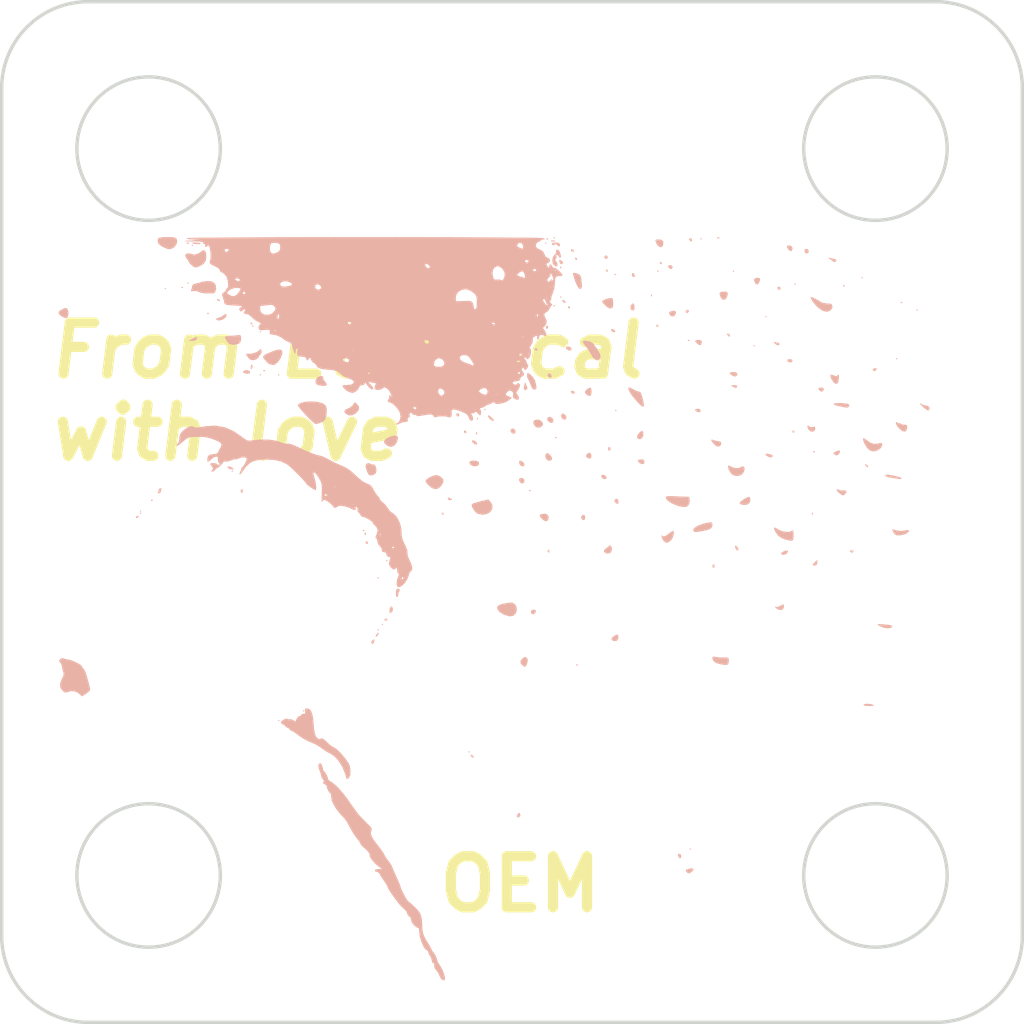
<source format=kicad_pcb>
(kicad_pcb (version 4) (host pcbnew 4.0.7-e2-6376~58~ubuntu16.04.1)

  (general
    (links 0)
    (no_connects 0)
    (area 108.661999 65.958433 138.762001 96.058435)
    (thickness 1.6)
    (drawings 14)
    (tracks 0)
    (zones 0)
    (modules 1)
    (nets 1)
  )

  (page A4)
  (layers
    (0 F.Cu signal)
    (31 B.Cu signal)
    (32 B.Adhes user)
    (33 F.Adhes user)
    (34 B.Paste user)
    (35 F.Paste user)
    (36 B.SilkS user)
    (37 F.SilkS user)
    (38 B.Mask user)
    (39 F.Mask user)
    (40 Dwgs.User user)
    (41 Cmts.User user)
    (42 Eco1.User user)
    (43 Eco2.User user)
    (44 Edge.Cuts user)
    (45 Margin user)
    (46 B.CrtYd user)
    (47 F.CrtYd user)
    (48 B.Fab user)
    (49 F.Fab user)
  )

  (setup
    (last_trace_width 0.25)
    (trace_clearance 0.2)
    (zone_clearance 0.508)
    (zone_45_only no)
    (trace_min 0.2)
    (segment_width 0.2)
    (edge_width 0.15)
    (via_size 0.6)
    (via_drill 0.4)
    (via_min_size 0.4)
    (via_min_drill 0.3)
    (uvia_size 0.3)
    (uvia_drill 0.1)
    (uvias_allowed no)
    (uvia_min_size 0.2)
    (uvia_min_drill 0.1)
    (pcb_text_width 0.3)
    (pcb_text_size 1.5 1.5)
    (mod_edge_width 0.15)
    (mod_text_size 1 1)
    (mod_text_width 0.15)
    (pad_size 1.524 1.524)
    (pad_drill 0.762)
    (pad_to_mask_clearance 0.2)
    (aux_axis_origin 102.616 77.216)
    (visible_elements FFFFFF7F)
    (pcbplotparams
      (layerselection 0x01020_80000001)
      (usegerberextensions false)
      (excludeedgelayer true)
      (linewidth 0.100000)
      (plotframeref false)
      (viasonmask false)
      (mode 1)
      (useauxorigin false)
      (hpglpennumber 1)
      (hpglpenspeed 20)
      (hpglpendiameter 15)
      (hpglpenoverlay 2)
      (psnegative false)
      (psa4output false)
      (plotreference true)
      (plotvalue true)
      (plotinvisibletext false)
      (padsonsilk false)
      (subtractmaskfromsilk false)
      (outputformat 1)
      (mirror false)
      (drillshape 0)
      (scaleselection 1)
      (outputdirectory /home/corey/Desktop/Formula/MK_III-Boards/boards/Mechanical-Mounting/gerb2/))
  )

  (net 0 "")

  (net_class Default "This is the default net class."
    (clearance 0.2)
    (trace_width 0.25)
    (via_dia 0.6)
    (via_drill 0.4)
    (uvia_dia 0.3)
    (uvia_drill 0.1)
  )

  (module footprints:kermit (layer B.Cu) (tedit 0) (tstamp 5A8641D2)
    (at 119.888 83.82 180)
    (fp_text reference G*** (at 0 0 180) (layer B.SilkS) hide
      (effects (font (thickness 0.3)) (justify mirror))
    )
    (fp_text value LOGO (at 0.75 0 180) (layer B.SilkS) hide
      (effects (font (thickness 0.3)) (justify mirror))
    )
    (fp_poly (pts (xy 1.852316 -4.59817) (xy 1.866012 -4.660414) (xy 1.850729 -4.734328) (xy 1.847714 -4.740829)
      (xy 1.804875 -4.847367) (xy 1.778631 -4.948851) (xy 1.776117 -4.968875) (xy 1.754485 -5.016042)
      (xy 1.726044 -5.053035) (xy 1.696792 -5.099747) (xy 1.717859 -5.129701) (xy 1.731125 -5.154979)
      (xy 1.688178 -5.179455) (xy 1.634075 -5.216674) (xy 1.61925 -5.249972) (xy 1.603261 -5.317411)
      (xy 1.565793 -5.394867) (xy 1.52259 -5.452239) (xy 1.508125 -5.46243) (xy 1.488491 -5.500748)
      (xy 1.484953 -5.573333) (xy 1.485177 -5.575978) (xy 1.469823 -5.668638) (xy 1.416545 -5.789134)
      (xy 1.334153 -5.92231) (xy 1.231459 -6.053011) (xy 1.170303 -6.117579) (xy 1.093318 -6.20336)
      (xy 1.029574 -6.291474) (xy 1.017853 -6.311742) (xy 0.923238 -6.487057) (xy 0.849711 -6.615684)
      (xy 0.790796 -6.708143) (xy 0.740017 -6.77495) (xy 0.716577 -6.801051) (xy 0.662377 -6.868031)
      (xy 0.634466 -6.921762) (xy 0.633531 -6.928051) (xy 0.609458 -6.974805) (xy 0.553348 -7.030941)
      (xy 0.551221 -7.032625) (xy 0.435456 -7.132771) (xy 0.371854 -7.212057) (xy 0.355297 -7.277031)
      (xy 0.355939 -7.282395) (xy 0.339064 -7.342028) (xy 0.283622 -7.424569) (xy 0.202076 -7.515134)
      (xy 0.106888 -7.598838) (xy 0.066796 -7.627728) (xy -0.015875 -7.683081) (xy 0.085438 -7.68329)
      (xy 0.167153 -7.693537) (xy 0.204848 -7.717651) (xy 0.191863 -7.746321) (xy 0.144173 -7.765386)
      (xy 0.084088 -7.791321) (xy 0.0635 -7.818087) (xy 0.04616 -7.859577) (xy 0.001212 -7.933917)
      (xy -0.047625 -8.005219) (xy -0.106892 -8.091762) (xy -0.147206 -8.158378) (xy -0.15875 -8.185997)
      (xy -0.177448 -8.235098) (xy -0.227162 -8.319847) (xy -0.298327 -8.427053) (xy -0.381377 -8.543527)
      (xy -0.466745 -8.656078) (xy -0.544864 -8.751515) (xy -0.606169 -8.816647) (xy -0.629278 -8.834787)
      (xy -0.714479 -8.91383) (xy -0.746202 -8.9856) (xy -0.773901 -9.052231) (xy -0.811584 -9.080492)
      (xy -0.812148 -9.0805) (xy -0.847472 -9.108706) (xy -0.85725 -9.168679) (xy -0.877414 -9.2382)
      (xy -0.926988 -9.313349) (xy -0.989597 -9.37581) (xy -1.048864 -9.407269) (xy -1.069876 -9.406499)
      (xy -1.087871 -9.428899) (xy -1.100563 -9.497323) (xy -1.103972 -9.553984) (xy -1.117774 -9.660782)
      (xy -1.150323 -9.780046) (xy -1.194833 -9.895734) (xy -1.244522 -9.991802) (xy -1.292608 -10.052208)
      (xy -1.319931 -10.06475) (xy -1.357433 -10.090994) (xy -1.36525 -10.124362) (xy -1.388267 -10.195128)
      (xy -1.41104 -10.221976) (xy -1.446525 -10.279123) (xy -1.466603 -10.360801) (xy -1.485577 -10.433873)
      (xy -1.518456 -10.452889) (xy -1.546476 -10.465522) (xy -1.540347 -10.507765) (xy -1.54662 -10.581945)
      (xy -1.599354 -10.656787) (xy -1.659538 -10.738147) (xy -1.697843 -10.819384) (xy -1.699043 -10.823843)
      (xy -1.744199 -10.915338) (xy -1.818146 -10.952605) (xy -1.829714 -10.953263) (xy -1.848755 -10.934008)
      (xy -1.845934 -10.869409) (xy -1.833924 -10.805454) (xy -1.793549 -10.683928) (xy -1.731442 -10.561858)
      (xy -1.710773 -10.530815) (xy -1.656947 -10.447674) (xy -1.624046 -10.379822) (xy -1.61925 -10.358572)
      (xy -1.604376 -10.301612) (xy -1.568722 -10.22321) (xy -1.525746 -10.148973) (xy -1.488901 -10.104505)
      (xy -1.484313 -10.101791) (xy -1.460711 -10.06551) (xy -1.4605 -10.061473) (xy -1.44458 -10.019375)
      (xy -1.403999 -9.945165) (xy -1.374633 -9.897431) (xy -1.285837 -9.752108) (xy -1.228899 -9.638332)
      (xy -1.196984 -9.537302) (xy -1.183256 -9.430216) (xy -1.181021 -9.36487) (xy -1.174459 -9.198797)
      (xy -1.155522 -9.077212) (xy -1.117057 -8.981318) (xy -1.05191 -8.89232) (xy -0.96848 -8.806373)
      (xy -0.882365 -8.725398) (xy -0.81197 -8.663454) (xy -0.771195 -8.632712) (xy -0.769087 -8.631748)
      (xy -0.741211 -8.599588) (xy -0.696705 -8.527417) (xy -0.644949 -8.433152) (xy -0.595322 -8.334711)
      (xy -0.557203 -8.250012) (xy -0.53997 -8.196974) (xy -0.53975 -8.193616) (xy -0.527073 -8.151737)
      (xy -0.493431 -8.06866) (xy -0.445407 -7.960401) (xy -0.43169 -7.930773) (xy -0.377733 -7.812146)
      (xy -0.333075 -7.70835) (xy -0.305989 -7.638739) (xy -0.303485 -7.630883) (xy -0.272664 -7.56767)
      (xy -0.215654 -7.480315) (xy -0.173729 -7.424508) (xy -0.113004 -7.342695) (xy -0.073065 -7.278488)
      (xy -0.063809 -7.253995) (xy -0.04498 -7.216398) (xy 0.005313 -7.142375) (xy 0.078216 -7.044554)
      (xy 0.124572 -6.985394) (xy 0.232358 -6.843011) (xy 0.298703 -6.73552) (xy 0.327706 -6.653563)
      (xy 0.323467 -6.587781) (xy 0.311062 -6.55962) (xy 0.302772 -6.504158) (xy 0.341504 -6.438205)
      (xy 0.408443 -6.372291) (xy 0.68476 -6.089016) (xy 0.92075 -5.763279) (xy 1.028944 -5.604198)
      (xy 1.148957 -5.450042) (xy 1.270774 -5.311818) (xy 1.384383 -5.200537) (xy 1.47977 -5.127208)
      (xy 1.516062 -5.108754) (xy 1.571414 -5.069638) (xy 1.5875 -5.03273) (xy 1.606218 -4.959123)
      (xy 1.649831 -4.875666) (xy 1.698347 -4.819392) (xy 1.730841 -4.769516) (xy 1.733472 -4.755892)
      (xy 1.750197 -4.675786) (xy 1.779461 -4.606616) (xy 1.810608 -4.572583) (xy 1.814449 -4.572)
      (xy 1.852316 -4.59817)) (layer B.SilkS) (width 0.01))
    (fp_poly (pts (xy -9.054742 -7.671898) (xy -8.9688 -7.696575) (xy -8.936236 -7.721318) (xy -8.947559 -7.755126)
      (xy -8.955846 -7.765701) (xy -8.996484 -7.803295) (xy -9.039292 -7.801428) (xy -9.105717 -7.760702)
      (xy -9.155386 -7.709176) (xy -9.147853 -7.67405) (xy -9.089138 -7.665814) (xy -9.054742 -7.671898)) (layer B.SilkS) (width 0.01))
    (fp_poly (pts (xy -8.706972 -7.244964) (xy -8.704899 -7.276383) (xy -8.718772 -7.315778) (xy -8.75297 -7.361937)
      (xy -8.78444 -7.350662) (xy -8.79475 -7.3025) (xy -8.774898 -7.250785) (xy -8.747125 -7.239)
      (xy -8.706972 -7.244964)) (layer B.SilkS) (width 0.01))
    (fp_poly (pts (xy -9.04875 -7.096125) (xy -9.064625 -7.112) (xy -9.0805 -7.096125) (xy -9.064625 -7.08025)
      (xy -9.04875 -7.096125)) (layer B.SilkS) (width 0.01))
    (fp_poly (pts (xy -3.988022 -6.082721) (xy -3.970885 -6.139084) (xy -3.987344 -6.157849) (xy -4.016375 -6.1595)
      (xy -4.055161 -6.13303) (xy -4.064 -6.096) (xy -4.048552 -6.041164) (xy -4.015005 -6.041076)
      (xy -3.988022 -6.082721)) (layer B.SilkS) (width 0.01))
    (fp_poly (pts (xy 2.253343 -3.00386) (xy 2.250493 -3.091296) (xy 2.269146 -3.126527) (xy 2.301607 -3.123084)
      (xy 2.351463 -3.131823) (xy 2.369204 -3.157655) (xy 2.405219 -3.19477) (xy 2.430538 -3.194629)
      (xy 2.469771 -3.20984) (xy 2.505178 -3.275086) (xy 2.531139 -3.338037) (xy 2.555783 -3.348384)
      (xy 2.59108 -3.318955) (xy 2.651113 -3.284976) (xy 2.692367 -3.285374) (xy 2.744374 -3.287524)
      (xy 2.759711 -3.276307) (xy 2.800164 -3.263862) (xy 2.863539 -3.281852) (xy 2.925858 -3.318)
      (xy 2.963147 -3.360025) (xy 2.964336 -3.381102) (xy 2.924419 -3.423469) (xy 2.901728 -3.429)
      (xy 2.86171 -3.447721) (xy 2.8575 -3.461535) (xy 2.831217 -3.495661) (xy 2.778125 -3.52425)
      (xy 2.719247 -3.557408) (xy 2.69875 -3.586964) (xy 2.67332 -3.616445) (xy 2.654772 -3.6195)
      (xy 2.609291 -3.638411) (xy 2.532321 -3.687991) (xy 2.440518 -3.757509) (xy 2.440459 -3.757557)
      (xy 2.32169 -3.840445) (xy 2.189424 -3.913012) (xy 2.09781 -3.950542) (xy 1.970409 -4.003978)
      (xy 1.843591 -4.076926) (xy 1.793737 -4.113436) (xy 1.693904 -4.186526) (xy 1.59168 -4.248207)
      (xy 1.551302 -4.267646) (xy 1.405756 -4.359305) (xy 1.271855 -4.50203) (xy 1.158537 -4.683446)
      (xy 1.074739 -4.891174) (xy 1.058297 -4.950314) (xy 1.037764 -5.019989) (xy 1.016776 -5.036593)
      (xy 0.981433 -5.009114) (xy 0.975894 -5.003608) (xy 0.935237 -4.923373) (xy 0.924494 -4.806794)
      (xy 0.944336 -4.673895) (xy 0.962852 -4.615615) (xy 1.006238 -4.535087) (xy 1.07873 -4.434123)
      (xy 1.167692 -4.326959) (xy 1.260488 -4.227827) (xy 1.34448 -4.150961) (xy 1.407033 -4.110597)
      (xy 1.412773 -4.108813) (xy 1.472536 -4.077165) (xy 1.554415 -4.0135) (xy 1.621235 -3.950851)
      (xy 1.710138 -3.869188) (xy 1.764994 -3.840239) (xy 1.782001 -3.848224) (xy 1.817192 -3.869797)
      (xy 1.882401 -3.85059) (xy 1.933822 -3.803386) (xy 1.972184 -3.711244) (xy 1.998956 -3.568493)
      (xy 2.015608 -3.369459) (xy 2.017579 -3.328707) (xy 2.03048 -3.223076) (xy 2.056239 -3.118865)
      (xy 2.088723 -3.03446) (xy 2.121797 -2.988248) (xy 2.132403 -2.9845) (xy 2.177491 -2.974309)
      (xy 2.206778 -2.964172) (xy 2.247694 -2.963108) (xy 2.253343 -3.00386)) (layer B.SilkS) (width 0.01))
    (fp_poly (pts (xy -2.607715 -4.33262) (xy -2.609454 -4.351734) (xy -2.649652 -4.399851) (xy -2.665016 -4.407296)
      (xy -2.694536 -4.398629) (xy -2.692797 -4.379515) (xy -2.652599 -4.331398) (xy -2.637235 -4.323953)
      (xy -2.607715 -4.33262)) (layer B.SilkS) (width 0.01))
    (fp_poly (pts (xy -2.54 -4.238625) (xy -2.555875 -4.2545) (xy -2.57175 -4.238625) (xy -2.555875 -4.22275)
      (xy -2.54 -4.238625)) (layer B.SilkS) (width 0.01))
    (fp_poly (pts (xy 3.048 -3.317875) (xy 3.032125 -3.33375) (xy 3.01625 -3.317875) (xy 3.032125 -3.302)
      (xy 3.048 -3.317875)) (layer B.SilkS) (width 0.01))
    (fp_poly (pts (xy 2.31775 -3.032125) (xy 2.301875 -3.048) (xy 2.286 -3.032125) (xy 2.301875 -3.01625)
      (xy 2.31775 -3.032125)) (layer B.SilkS) (width 0.01))
    (fp_poly (pts (xy -14.197643 -2.834274) (xy -14.16149 -2.852765) (xy -14.1605 -2.8575) (xy -14.189117 -2.87485)
      (xy -14.262626 -2.88539) (xy -14.327188 -2.887018) (xy -14.418723 -2.883089) (xy -14.451556 -2.873691)
      (xy -14.430375 -2.8575) (xy -14.354508 -2.836642) (xy -14.269456 -2.8289) (xy -14.197643 -2.834274)) (layer B.SilkS) (width 0.01))
    (fp_poly (pts (xy 9.443065 -1.509757) (xy 9.484416 -1.547777) (xy 9.476465 -1.583162) (xy 9.451002 -1.613307)
      (xy 9.408975 -1.686217) (xy 9.398 -1.739318) (xy 9.384671 -1.821835) (xy 9.363679 -1.882088)
      (xy 9.347535 -1.945287) (xy 9.364646 -2.014664) (xy 9.395429 -2.075047) (xy 9.452504 -2.21821)
      (xy 9.450256 -2.339203) (xy 9.388669 -2.438544) (xy 9.38512 -2.441935) (xy 9.322424 -2.488983)
      (xy 9.270272 -2.49081) (xy 9.244332 -2.47922) (xy 9.118718 -2.445373) (xy 8.991344 -2.467806)
      (xy 8.902874 -2.524125) (xy 8.846494 -2.575189) (xy 8.815626 -2.600864) (xy 8.813926 -2.601631)
      (xy 8.788035 -2.584865) (xy 8.726195 -2.544509) (xy 8.688339 -2.519754) (xy 8.610846 -2.46083)
      (xy 8.581027 -2.411117) (xy 8.583366 -2.37081) (xy 8.63478 -2.170446) (xy 8.67552 -2.023159)
      (xy 8.708536 -1.920003) (xy 8.736776 -1.852035) (xy 8.763189 -1.810309) (xy 8.770937 -1.801831)
      (xy 8.813729 -1.749359) (xy 8.8265 -1.719691) (xy 8.853503 -1.688731) (xy 8.922393 -1.645756)
      (xy 9.014985 -1.599345) (xy 9.113098 -1.558076) (xy 9.19855 -1.530527) (xy 9.241293 -1.524)
      (xy 9.314463 -1.513164) (xy 9.351962 -1.494387) (xy 9.400522 -1.48714) (xy 9.443065 -1.509757)) (layer B.SilkS) (width 0.01))
    (fp_poly (pts (xy -4.13295 -1.494169) (xy -4.076757 -1.566631) (xy -4.083634 -1.639137) (xy -4.150765 -1.706277)
      (xy -4.203307 -1.734385) (xy -4.232555 -1.717248) (xy -4.253952 -1.668316) (xy -4.28291 -1.566765)
      (xy -4.274538 -1.500687) (xy -4.246563 -1.46714) (xy -4.197728 -1.456095) (xy -4.13295 -1.494169)) (layer B.SilkS) (width 0.01))
    (fp_poly (pts (xy -5.725584 -1.661583) (xy -5.721784 -1.699263) (xy -5.725584 -1.703916) (xy -5.744459 -1.699558)
      (xy -5.74675 -1.68275) (xy -5.735134 -1.656616) (xy -5.725584 -1.661583)) (layer B.SilkS) (width 0.01))
    (fp_poly (pts (xy -9.715955 -1.474328) (xy -9.7155 -1.489378) (xy -9.740322 -1.554171) (xy -9.789001 -1.602445)
      (xy -9.862295 -1.635275) (xy -9.959741 -1.660919) (xy -10.058811 -1.67568) (xy -10.136974 -1.675863)
      (xy -10.167938 -1.664614) (xy -10.185536 -1.617642) (xy -10.19175 -1.551751) (xy -10.188202 -1.500276)
      (xy -10.166916 -1.474497) (xy -10.111927 -1.466317) (xy -10.025063 -1.467193) (xy -9.914446 -1.46517)
      (xy -9.820081 -1.455413) (xy -9.786938 -1.447885) (xy -9.73283 -1.439928) (xy -9.715955 -1.474328)) (layer B.SilkS) (width 0.01))
    (fp_poly (pts (xy 0.276451 -0.961344) (xy 0.3108 -1.014784) (xy 0.296542 -1.049657) (xy 0.261893 -1.061832)
      (xy 0.24234 -1.031412) (xy 0.222824 -0.959014) (xy 0.235067 -0.934008) (xy 0.276451 -0.961344)) (layer B.SilkS) (width 0.01))
    (fp_poly (pts (xy -6.849379 -0.818447) (xy -6.832388 -0.827563) (xy -6.764289 -0.882876) (xy -6.751524 -0.933966)
      (xy -6.794042 -0.96984) (xy -6.833081 -0.978314) (xy -6.900469 -0.973759) (xy -6.933666 -0.927756)
      (xy -6.940081 -0.905398) (xy -6.948137 -0.825998) (xy -6.918437 -0.7974) (xy -6.849379 -0.818447)) (layer B.SilkS) (width 0.01))
    (fp_poly (pts (xy 0.130134 -0.752479) (xy 0.157294 -0.79103) (xy 0.180596 -0.846446) (xy 0.167139 -0.850803)
      (xy 0.126363 -0.808857) (xy 0.101114 -0.761671) (xy 0.104028 -0.742638) (xy 0.130134 -0.752479)) (layer B.SilkS) (width 0.01))
    (fp_poly (pts (xy 0.127 -0.650875) (xy 0.111125 -0.66675) (xy 0.09525 -0.650875) (xy 0.111125 -0.635)
      (xy 0.127 -0.650875)) (layer B.SilkS) (width 0.01))
    (fp_poly (pts (xy -14.578237 -0.492677) (xy -14.595572 -0.512452) (xy -14.652312 -0.547133) (xy -14.663973 -0.553283)
      (xy -14.760491 -0.588102) (xy -14.861335 -0.601786) (xy -14.945966 -0.593933) (xy -14.993848 -0.564143)
      (xy -14.995894 -0.559764) (xy -14.989695 -0.53431) (xy -14.941684 -0.516297) (xy -14.842444 -0.502799)
      (xy -14.800853 -0.499158) (xy -14.692379 -0.491976) (xy -14.612322 -0.489666) (xy -14.578237 -0.492677)) (layer B.SilkS) (width 0.01))
    (fp_poly (pts (xy 0 -0.492125) (xy -0.015875 -0.508) (xy -0.03175 -0.492125) (xy -0.015875 -0.47625)
      (xy 0 -0.492125)) (layer B.SilkS) (width 0.01))
    (fp_poly (pts (xy -0.085874 -0.340579) (xy -0.079375 -0.34925) (xy -0.086573 -0.376431) (xy -0.109252 -0.381)
      (xy -0.152693 -0.364423) (xy -0.15875 -0.34925) (xy -0.135963 -0.318408) (xy -0.128874 -0.3175)
      (xy -0.085874 -0.340579)) (layer B.SilkS) (width 0.01))
    (fp_poly (pts (xy -3.66155 0.1289) (xy -3.555535 0.109957) (xy -3.547203 0.108516) (xy -3.441942 0.07306)
      (xy -3.392593 0.017776) (xy -3.397771 -0.049785) (xy -3.456095 -0.122073) (xy -3.56618 -0.191536)
      (xy -3.605389 -0.209157) (xy -3.746488 -0.249784) (xy -3.852409 -0.238521) (xy -3.919325 -0.183435)
      (xy -3.960412 -0.083675) (xy -3.954999 0.014207) (xy -3.910892 0.094811) (xy -3.835891 0.142739)
      (xy -3.75237 0.14603) (xy -3.66155 0.1289)) (layer B.SilkS) (width 0.01))
    (fp_poly (pts (xy -4.397185 -0.079622) (xy -4.3815 -0.127) (xy -4.404271 -0.180464) (xy -4.441297 -0.1905)
      (xy -4.497167 -0.163683) (xy -4.5177 -0.127) (xy -4.517576 -0.078793) (xy -4.471904 -0.063776)
      (xy -4.457903 -0.0635) (xy -4.397185 -0.079622)) (layer B.SilkS) (width 0.01))
    (fp_poly (pts (xy -0.245641 0.004018) (xy -0.228526 -0.063153) (xy -0.2285 -0.0635) (xy -0.225847 -0.12946)
      (xy -0.229528 -0.156273) (xy -0.229684 -0.156243) (xy -0.262283 -0.143922) (xy -0.277813 -0.137722)
      (xy -0.307857 -0.100357) (xy -0.316491 -0.040484) (xy -0.303916 0.012969) (xy -0.276629 0.03175)
      (xy -0.245641 0.004018)) (layer B.SilkS) (width 0.01))
    (fp_poly (pts (xy -11.757913 0.079639) (xy -11.700155 0.044889) (xy -11.629562 0.015277) (xy -11.582209 0.019233)
      (xy -11.559841 0.027039) (xy -11.581442 -0.005738) (xy -11.584701 -0.00978) (xy -11.646107 -0.050174)
      (xy -11.724174 -0.063807) (xy -11.786339 -0.045513) (xy -11.789834 -0.042333) (xy -11.806528 -0.001102)
      (xy -11.810287 0.054871) (xy -11.800105 0.09249) (xy -11.794008 0.09525) (xy -11.757913 0.079639)) (layer B.SilkS) (width 0.01))
    (fp_poly (pts (xy -0.44805 0.557819) (xy -0.425044 0.517092) (xy -0.414271 0.447809) (xy -0.416108 0.375551)
      (xy -0.430933 0.325903) (xy -0.4445 0.3175) (xy -0.468662 0.344589) (xy -0.47625 0.39423)
      (xy -0.487414 0.457123) (xy -0.506983 0.481542) (xy -0.520531 0.512327) (xy -0.510533 0.535881)
      (xy -0.469292 0.562831) (xy -0.44805 0.557819)) (layer B.SilkS) (width 0.01))
    (fp_poly (pts (xy 5.163653 5.331743) (xy 5.231731 5.319319) (xy 5.370075 5.294564) (xy 5.458561 5.288919)
      (xy 5.507712 5.301839) (xy 5.511751 5.304846) (xy 5.585616 5.32903) (xy 5.678569 5.309878)
      (xy 5.776103 5.25794) (xy 5.863712 5.183768) (xy 5.926891 5.09791) (xy 5.951133 5.010916)
      (xy 5.948807 4.986978) (xy 5.955322 4.889883) (xy 5.984497 4.846789) (xy 6.021902 4.79446)
      (xy 6.027113 4.764241) (xy 6.000404 4.768505) (xy 5.940319 4.807812) (xy 5.859743 4.873705)
      (xy 5.857875 4.875357) (xy 5.766309 4.952244) (xy 5.694715 4.995225) (xy 5.617795 5.014923)
      (xy 5.510252 5.021962) (xy 5.508625 5.022014) (xy 5.343159 5.024677) (xy 5.21809 5.018283)
      (xy 5.110601 4.999821) (xy 4.997876 4.966282) (xy 4.945574 4.94774) (xy 4.813236 4.893742)
      (xy 4.736715 4.845064) (xy 4.709659 4.794092) (xy 4.725716 4.733211) (xy 4.742692 4.704525)
      (xy 4.788155 4.626104) (xy 4.815785 4.564063) (xy 4.85116 4.523857) (xy 4.931373 4.508916)
      (xy 4.954829 4.5085) (xy 5.057069 4.494799) (xy 5.111478 4.447429) (xy 5.128889 4.357688)
      (xy 5.123032 4.300658) (xy 5.096828 4.293948) (xy 5.04313 4.338064) (xy 5.0165 4.365625)
      (xy 4.945405 4.42059) (xy 4.87542 4.444933) (xy 4.872493 4.445) (xy 4.822139 4.433036)
      (xy 4.814847 4.385281) (xy 4.817517 4.369347) (xy 4.815985 4.30317) (xy 4.797239 4.272223)
      (xy 4.764033 4.230834) (xy 4.781853 4.19729) (xy 4.811998 4.191) (xy 4.847488 4.202803)
      (xy 4.846956 4.214813) (xy 4.864489 4.231993) (xy 4.926435 4.243366) (xy 4.940333 4.244306)
      (xy 5.020729 4.243134) (xy 5.043636 4.222604) (xy 5.014043 4.174692) (xy 4.996243 4.154409)
      (xy 4.962595 4.101881) (xy 4.9782 4.056329) (xy 4.984255 4.048721) (xy 5.007396 4.010703)
      (xy 4.980876 4.000547) (xy 4.976159 4.0005) (xy 4.923638 4.026179) (xy 4.909768 4.048125)
      (xy 4.876976 4.090178) (xy 4.860189 4.09575) (xy 4.817364 4.117368) (xy 4.757173 4.168479)
      (xy 4.70066 4.228472) (xy 4.668869 4.276738) (xy 4.66725 4.284721) (xy 4.642015 4.300138)
      (xy 4.605561 4.295924) (xy 4.536062 4.29856) (xy 4.450065 4.326701) (xy 4.442955 4.330137)
      (xy 4.368844 4.359408) (xy 4.318925 4.365424) (xy 4.315075 4.363818) (xy 4.270936 4.365483)
      (xy 4.200871 4.392301) (xy 4.196797 4.394378) (xy 4.118216 4.419703) (xy 4.039495 4.423062)
      (xy 3.983037 4.405743) (xy 3.96875 4.381265) (xy 3.981417 4.328419) (xy 4.012377 4.256189)
      (xy 4.051069 4.184255) (xy 4.08693 4.132299) (xy 4.109119 4.119704) (xy 4.125186 4.121581)
      (xy 4.1234 4.111625) (xy 4.130386 4.062411) (xy 4.155077 4.005719) (xy 4.183723 3.938418)
      (xy 4.175466 3.919131) (xy 4.13874 3.951409) (xy 4.112479 3.987778) (xy 4.00024 4.142142)
      (xy 3.890751 4.247742) (xy 3.767853 4.313188) (xy 3.615385 4.34709) (xy 3.417582 4.358056)
      (xy 3.169374 4.346246) (xy 2.967989 4.303158) (xy 2.803519 4.226043) (xy 2.721553 4.165003)
      (xy 2.638242 4.089437) (xy 2.54154 3.996082) (xy 2.441975 3.895868) (xy 2.350073 3.799728)
      (xy 2.27636 3.718593) (xy 2.231365 3.663394) (xy 2.2225 3.646766) (xy 2.198426 3.618315)
      (xy 2.139558 3.571656) (xy 2.065922 3.520627) (xy 1.997546 3.479064) (xy 1.954456 3.460804)
      (xy 1.953255 3.46075) (xy 1.938333 3.488454) (xy 1.936811 3.559003) (xy 1.947021 3.653562)
      (xy 1.967293 3.75329) (xy 1.984159 3.809389) (xy 2.013754 3.915813) (xy 2.012582 3.971722)
      (xy 1.985746 3.978997) (xy 1.938352 3.939522) (xy 1.875503 3.855176) (xy 1.81173 3.745827)
      (xy 1.781929 3.676311) (xy 1.765612 3.596111) (xy 1.760611 3.487178) (xy 1.76402 3.348952)
      (xy 1.767371 3.23123) (xy 1.766789 3.149557) (xy 1.762524 3.11463) (xy 1.758632 3.119438)
      (xy 1.726665 3.166382) (xy 1.704234 3.174791) (xy 1.64117 3.153563) (xy 1.558839 3.101265)
      (xy 1.48025 3.03421) (xy 1.439889 2.987375) (xy 1.40001 2.94064) (xy 1.36091 2.940384)
      (xy 1.31494 2.967465) (xy 1.256748 2.996176) (xy 1.19156 3.000332) (xy 1.093641 2.981341)
      (xy 1.08774 2.979888) (xy 0.996694 2.954033) (xy 0.934609 2.93025) (xy 0.92075 2.921007)
      (xy 0.880444 2.89712) (xy 0.832133 2.881159) (xy 0.780267 2.875534) (xy 0.773607 2.905427)
      (xy 0.778646 2.923432) (xy 0.78304 2.966894) (xy 0.747826 2.964884) (xy 0.747254 2.964666)
      (xy 0.711475 2.923151) (xy 0.71482 2.887847) (xy 0.710305 2.82751) (xy 0.689559 2.804294)
      (xy 0.641451 2.753126) (xy 0.625093 2.721074) (xy 0.589972 2.67764) (xy 0.563987 2.672713)
      (xy 0.515721 2.662269) (xy 0.435997 2.626051) (xy 0.381 2.595128) (xy 0.307654 2.547427)
      (xy 0.269354 2.51551) (xy 0.269875 2.507495) (xy 0.272507 2.489854) (xy 0.234849 2.450317)
      (xy 0.149624 2.360612) (xy 0.121079 2.273768) (xy 0.144944 2.174826) (xy 0.151934 2.159755)
      (xy 0.182229 2.08318) (xy 0.176847 2.045974) (xy 0.165474 2.039534) (xy 0.136927 2.001864)
      (xy 0.127 1.941742) (xy 0.102208 1.856658) (xy 0.0635 1.817119) (xy 0.012896 1.756212)
      (xy 0 1.703773) (xy -0.015286 1.646546) (xy -0.071071 1.632592) (xy -0.071438 1.632605)
      (xy -0.125535 1.620527) (xy -0.132981 1.577102) (xy -0.150108 1.521613) (xy -0.188544 1.501962)
      (xy -0.240764 1.486533) (xy -0.254 1.4804) (xy -0.246234 1.450359) (xy -0.227184 1.382481)
      (xy -0.22364 1.370094) (xy -0.209233 1.290355) (xy -0.229795 1.230604) (xy -0.272057 1.179804)
      (xy -0.328545 1.127572) (xy -0.362745 1.122215) (xy -0.378243 1.139131) (xy -0.417929 1.166463)
      (xy -0.45195 1.147782) (xy -0.456678 1.097979) (xy -0.454362 1.091154) (xy -0.45926 1.0348)
      (xy -0.478094 1.014861) (xy -0.504443 0.981531) (xy -0.489004 0.925131) (xy -0.483986 0.914878)
      (xy -0.449129 0.825088) (xy -0.439134 0.727607) (xy -0.440739 0.674688) (xy -0.462696 0.616097)
      (xy -0.514018 0.606701) (xy -0.58611 0.644788) (xy -0.662096 0.718773) (xy -0.727544 0.813777)
      (xy -0.75565 0.874999) (xy -0.635 0.874999) (xy -0.618424 0.831558) (xy -0.60325 0.8255)
      (xy -0.572409 0.848288) (xy -0.5715 0.855377) (xy -0.59458 0.898377) (xy -0.60325 0.904875)
      (xy -0.630432 0.897678) (xy -0.635 0.874999) (xy -0.75565 0.874999) (xy -0.773281 0.913402)
      (xy -0.781271 0.943558) (xy -0.806542 1.021579) (xy -0.84114 1.067469) (xy -0.845385 1.069557)
      (xy -0.881892 1.114272) (xy -0.883314 1.19785) (xy -0.851109 1.307222) (xy -0.809388 1.392049)
      (xy -0.757109 1.508863) (xy -0.747582 1.597216) (xy -0.748713 1.602383) (xy -0.742315 1.685185)
      (xy -0.705808 1.778518) (xy -0.364805 1.778518) (xy -0.357907 1.750907) (xy -0.335249 1.74625)
      (xy -0.291706 1.753613) (xy -0.28575 1.760252) (xy -0.309016 1.789888) (xy -0.350879 1.790548)
      (xy -0.364805 1.778518) (xy -0.705808 1.778518) (xy -0.69371 1.809447) (xy -0.667286 1.861334)
      (xy -0.599287 2.013014) (xy -0.575866 2.132727) (xy -0.575927 2.134841) (xy 0.01377 2.134841)
      (xy 0.044979 2.129757) (xy 0.086159 2.135595) (xy 0.086651 2.146433) (xy 0.044157 2.154012)
      (xy 0.025796 2.148939) (xy 0.01377 2.134841) (xy -0.575927 2.134841) (xy -0.576631 2.159)
      (xy -0.568413 2.316598) (xy -0.526092 2.481798) (xy -0.458124 2.627373) (xy -0.411439 2.690813)
      (xy -0.347769 2.753992) (xy -0.298051 2.790452) (xy -0.286596 2.794) (xy -0.252209 2.818654)
      (xy -0.201355 2.881143) (xy -0.175133 2.920197) (xy -0.10851 3.009727) (xy -0.086556 3.032125)
      (xy 0.8255 3.032125) (xy 0.841375 3.01625) (xy 0.85725 3.032125) (xy 0.841375 3.048)
      (xy 0.8255 3.032125) (xy -0.086556 3.032125) (xy -0.037407 3.082266) (xy -0.015984 3.098474)
      (xy 0.041033 3.148439) (xy 0.0635 3.191881) (xy 0.078868 3.237339) (xy 0.087312 3.243792)
      (xy 0.124682 3.279359) (xy 0.140273 3.300127) (xy 1.61925 3.300127) (xy 1.643467 3.271106)
      (xy 1.651 3.27025) (xy 1.678864 3.296094) (xy 1.68275 3.319749) (xy 1.667357 3.352612)
      (xy 1.651 3.349625) (xy 1.620461 3.309034) (xy 1.61925 3.300127) (xy 0.140273 3.300127)
      (xy 0.177797 3.350109) (xy 0.23255 3.435178) (xy 0.274839 3.513701) (xy 0.283318 3.53373)
      (xy 0.28884 3.540125) (xy 1.36525 3.540125) (xy 1.381125 3.52425) (xy 1.397 3.540125)
      (xy 1.381125 3.556) (xy 1.36525 3.540125) (xy 0.28884 3.540125) (xy 0.343004 3.602852)
      (xy 0.440758 3.646378) (xy 0.560771 3.706528) (xy 0.705281 3.822825) (xy 0.770604 3.885633)
      (xy 0.903455 4.008134) (xy 1.026297 4.094662) (xy 1.164071 4.162259) (xy 1.19199 4.173577)
      (xy 1.329491 4.232861) (xy 1.468889 4.300693) (xy 1.569018 4.355997) (xy 1.671978 4.411255)
      (xy 1.767879 4.450682) (xy 1.813255 4.462123) (xy 1.905575 4.484111) (xy 2.037509 4.528737)
      (xy 2.192304 4.589403) (xy 2.353206 4.659511) (xy 2.503458 4.732463) (xy 2.514935 4.738444)
      (xy 2.653311 4.79972) (xy 2.751102 4.817692) (xy 2.77016 4.814961) (xy 2.85176 4.815834)
      (xy 2.931602 4.841819) (xy 3.09302 4.89954) (xy 3.297558 4.932348) (xy 3.529511 4.939237)
      (xy 3.77317 4.919202) (xy 3.876294 4.902312) (xy 3.939402 4.904568) (xy 4.01358 4.940014)
      (xy 4.114145 5.015976) (xy 4.114419 5.016203) (xy 4.363303 5.188654) (xy 4.61987 5.298383)
      (xy 4.88602 5.345908) (xy 5.163653 5.331743)) (layer B.SilkS) (width 0.01))
    (fp_poly (pts (xy 0.127 0.873125) (xy 0.111125 0.85725) (xy 0.09525 0.873125) (xy 0.111125 0.889)
      (xy 0.127 0.873125)) (layer B.SilkS) (width 0.01))
    (fp_poly (pts (xy -9.719083 1.244284) (xy -9.7155 1.222375) (xy -9.732645 1.180124) (xy -9.74725 1.17475)
      (xy -9.775418 1.200467) (xy -9.779 1.222375) (xy -9.761856 1.264627) (xy -9.74725 1.27)
      (xy -9.719083 1.244284)) (layer B.SilkS) (width 0.01))
    (fp_poly (pts (xy -12.774555 1.384488) (xy -12.73175 1.340815) (xy -12.686214 1.286694) (xy -12.66825 1.255453)
      (xy -12.692349 1.239643) (xy -12.740822 1.242967) (xy -12.774084 1.259417) (xy -12.791673 1.305602)
      (xy -12.79525 1.344779) (xy -12.792475 1.387174) (xy -12.774555 1.384488)) (layer B.SilkS) (width 0.01))
    (fp_poly (pts (xy -0.127 1.381125) (xy -0.142875 1.36525) (xy -0.15875 1.381125) (xy -0.142875 1.397)
      (xy -0.127 1.381125)) (layer B.SilkS) (width 0.01))
    (fp_poly (pts (xy -11.827583 1.657482) (xy -11.767834 1.627004) (xy -11.733952 1.595724) (xy -11.733903 1.583816)
      (xy -11.781947 1.557424) (xy -11.8502 1.566006) (xy -11.906887 1.604143) (xy -11.931473 1.651992)
      (xy -11.927668 1.671916) (xy -11.888946 1.676128) (xy -11.827583 1.657482)) (layer B.SilkS) (width 0.01))
    (fp_poly (pts (xy -6.67413 1.806031) (xy -6.584834 1.736322) (xy -6.53886 1.691802) (xy -6.527711 1.660955)
      (xy -6.542893 1.632265) (xy -6.5445 1.630306) (xy -6.612307 1.591122) (xy -6.689754 1.602308)
      (xy -6.730658 1.634713) (xy -6.754488 1.705104) (xy -6.749113 1.764515) (xy -6.728686 1.820308)
      (xy -6.698913 1.822659) (xy -6.67413 1.806031)) (layer B.SilkS) (width 0.01))
    (fp_poly (pts (xy -13.766182 1.670817) (xy -13.763625 1.651) (xy -13.802757 1.620488) (xy -13.81125 1.61925)
      (xy -13.852368 1.642237) (xy -13.858875 1.651) (xy -13.848904 1.675761) (xy -13.81125 1.68275)
      (xy -13.766182 1.670817)) (layer B.SilkS) (width 0.01))
    (fp_poly (pts (xy -4.888983 1.698305) (xy -4.870667 1.660255) (xy -4.874981 1.648807) (xy -4.905632 1.620654)
      (xy -4.920629 1.652719) (xy -4.92125 1.668749) (xy -4.905629 1.70145) (xy -4.888983 1.698305)) (layer B.SilkS) (width 0.01))
    (fp_poly (pts (xy -10.383647 1.794512) (xy -10.401522 1.732972) (xy -10.433169 1.69045) (xy -10.466055 1.687188)
      (xy -10.4775 1.716768) (xy -10.457077 1.765074) (xy -10.429875 1.798411) (xy -10.391954 1.822628)
      (xy -10.383647 1.794512)) (layer B.SilkS) (width 0.01))
    (fp_poly (pts (xy 0.471681 1.945428) (xy 0.47625 1.922749) (xy 0.459673 1.879308) (xy 0.4445 1.87325)
      (xy 0.413658 1.896038) (xy 0.41275 1.903127) (xy 0.435829 1.946127) (xy 0.4445 1.952625)
      (xy 0.471681 1.945428)) (layer B.SilkS) (width 0.01))
    (fp_poly (pts (xy -8.519124 2.236178) (xy -8.454271 2.190293) (xy -8.415414 2.160318) (xy -8.33507 2.104124)
      (xy -8.284646 2.090138) (xy -8.260033 2.103168) (xy -8.229634 2.119233) (xy -8.222615 2.092791)
      (xy -8.237402 2.039728) (xy -8.27242 1.97593) (xy -8.272676 1.975565) (xy -8.335276 1.916302)
      (xy -8.403982 1.916023) (xy -8.486476 1.974982) (xy -8.494569 1.982932) (xy -8.53574 2.043781)
      (xy -8.56497 2.121343) (xy -8.577831 2.195138) (xy -8.569891 2.244684) (xy -8.553257 2.25425)
      (xy -8.519124 2.236178)) (layer B.SilkS) (width 0.01))
    (fp_poly (pts (xy -11.530307 2.345054) (xy -11.538025 2.296744) (xy -11.569625 2.228786) (xy -11.649493 2.116895)
      (xy -11.761543 2.041841) (xy -11.862309 2.005728) (xy -11.980054 1.975232) (xy -12.049916 1.971353)
      (xy -12.084338 2.000877) (xy -12.09576 2.070592) (xy -12.09675 2.1336) (xy -12.093643 2.228392)
      (xy -12.082587 2.268584) (xy -12.060978 2.262849) (xy -12.05865 2.2606) (xy -11.986033 2.227236)
      (xy -11.879804 2.222862) (xy -11.761723 2.24538) (xy -11.653547 2.292691) (xy -11.640806 2.300919)
      (xy -11.563975 2.345846) (xy -11.530307 2.345054)) (layer B.SilkS) (width 0.01))
    (fp_poly (pts (xy -15.003824 2.296105) (xy -15.02339 2.242775) (xy -15.031818 2.225995) (xy -15.077281 2.158492)
      (xy -15.136171 2.131777) (xy -15.201128 2.128522) (xy -15.307316 2.142638) (xy -15.40277 2.175094)
      (xy -15.406688 2.177161) (xy -15.477255 2.227103) (xy -15.492009 2.263818) (xy -15.452406 2.278699)
      (xy -15.390813 2.271007) (xy -15.310432 2.255511) (xy -15.257248 2.249421) (xy -15.255875 2.249458)
      (xy -15.159095 2.260569) (xy -15.067496 2.281512) (xy -15.020032 2.300466) (xy -15.003824 2.296105)) (layer B.SilkS) (width 0.01))
    (fp_poly (pts (xy 0.497938 2.196704) (xy 0.501723 2.147082) (xy 0.495432 2.135849) (xy 0.481001 2.145319)
      (xy 0.478756 2.177521) (xy 0.48651 2.2114) (xy 0.497938 2.196704)) (layer B.SilkS) (width 0.01))
    (fp_poly (pts (xy -9.530406 2.485048) (xy -9.425417 2.456868) (xy -9.295066 2.409816) (xy -9.202157 2.355084)
      (xy -9.155502 2.299298) (xy -9.158639 2.256251) (xy -9.180096 2.235768) (xy -9.220028 2.228484)
      (xy -9.291842 2.234638) (xy -9.408945 2.254468) (xy -9.445625 2.261355) (xy -9.573407 2.289468)
      (xy -9.651122 2.319579) (xy -9.691912 2.359789) (xy -9.708917 2.418199) (xy -9.709672 2.42414)
      (xy -9.70921 2.475675) (xy -9.68581 2.502241) (xy -9.629524 2.504984) (xy -9.530406 2.485048)) (layer B.SilkS) (width 0.01))
    (fp_poly (pts (xy 0.560916 2.275417) (xy 0.556558 2.256542) (xy 0.53975 2.25425) (xy 0.513616 2.265867)
      (xy 0.518583 2.275417) (xy 0.556263 2.279217) (xy 0.560916 2.275417)) (layer B.SilkS) (width 0.01))
    (fp_poly (pts (xy -4.74769 2.754373) (xy -4.664333 2.737985) (xy -4.640259 2.702488) (xy -4.674466 2.64412)
      (xy -4.708984 2.609035) (xy -4.785661 2.551476) (xy -4.842947 2.547175) (xy -4.881956 2.579688)
      (xy -4.897511 2.643666) (xy -4.886845 2.690873) (xy -4.854963 2.739885) (xy -4.796517 2.755787)
      (xy -4.74769 2.754373)) (layer B.SilkS) (width 0.01))
    (fp_poly (pts (xy -5.913438 2.724456) (xy -5.867719 2.688504) (xy -5.857875 2.651125) (xy -5.88196 2.594952)
      (xy -5.913438 2.577795) (xy -5.95555 2.586277) (xy -5.968904 2.642447) (xy -5.969 2.651125)
      (xy -5.95803 2.712702) (xy -5.919189 2.725418) (xy -5.913438 2.724456)) (layer B.SilkS) (width 0.01))
    (fp_poly (pts (xy 7.216636 2.675581) (xy 7.223125 2.667) (xy 7.221673 2.637697) (xy 7.210997 2.63525)
      (xy 7.166113 2.65842) (xy 7.159625 2.667) (xy 7.161076 2.696304) (xy 7.171752 2.69875)
      (xy 7.216636 2.675581)) (layer B.SilkS) (width 0.01))
    (fp_poly (pts (xy -12.647084 2.783417) (xy -12.643284 2.745737) (xy -12.647084 2.741084) (xy -12.665959 2.745442)
      (xy -12.66825 2.76225) (xy -12.656634 2.788384) (xy -12.647084 2.783417)) (layer B.SilkS) (width 0.01))
    (fp_poly (pts (xy -2.905125 3.123639) (xy -2.79115 3.093548) (xy -2.701044 3.064886) (xy -2.653302 3.043576)
      (xy -2.652147 3.042624) (xy -2.643544 2.997299) (xy -2.669312 2.927) (xy -2.718196 2.850921)
      (xy -2.778942 2.788254) (xy -2.814358 2.765985) (xy -2.957936 2.733913) (xy -3.096728 2.760711)
      (xy -3.195345 2.8268) (xy -3.245819 2.916977) (xy -3.243557 3.01644) (xy -3.199965 3.09359)
      (xy -3.127375 3.17715) (xy -2.905125 3.123639)) (layer B.SilkS) (width 0.01))
    (fp_poly (pts (xy -1.757164 2.774549) (xy -1.762125 2.76225) (xy -1.790656 2.731962) (xy -1.795749 2.7305)
      (xy -1.809386 2.755065) (xy -1.80975 2.76225) (xy -1.785343 2.79278) (xy -1.776127 2.794)
      (xy -1.757164 2.774549)) (layer B.SilkS) (width 0.01))
    (fp_poly (pts (xy 7.112 2.778125) (xy 7.096125 2.76225) (xy 7.08025 2.778125) (xy 7.096125 2.794)
      (xy 7.112 2.778125)) (layer B.SilkS) (width 0.01))
    (fp_poly (pts (xy 7.112 2.841625) (xy 7.096125 2.82575) (xy 7.08025 2.841625) (xy 7.096125 2.8575)
      (xy 7.112 2.841625)) (layer B.SilkS) (width 0.01))
    (fp_poly (pts (xy -8.388588 3.270776) (xy -8.367423 3.264118) (xy -8.35725 3.256083) (xy -8.351178 3.213302)
      (xy -8.393884 3.158612) (xy -8.473645 3.099383) (xy -8.578737 3.042988) (xy -8.697436 2.996797)
      (xy -8.814236 2.968753) (xy -8.913652 2.962404) (xy -8.977752 2.984655) (xy -8.998513 3.002298)
      (xy -9.039001 3.083382) (xy -9.042528 3.154406) (xy -9.032875 3.252847) (xy -8.778875 3.263323)
      (xy -8.613544 3.269922) (xy -8.500691 3.273489) (xy -8.429358 3.273837) (xy -8.388588 3.270776)) (layer B.SilkS) (width 0.01))
    (fp_poly (pts (xy -10.758535 3.246477) (xy -10.68935 3.21443) (xy -10.613119 3.167121) (xy -10.549492 3.117159)
      (xy -10.518118 3.077152) (xy -10.517926 3.068996) (xy -10.556897 3.038589) (xy -10.631201 3.0249)
      (xy -10.714396 3.029939) (xy -10.771188 3.049743) (xy -10.810141 3.099538) (xy -10.826837 3.170698)
      (xy -10.81677 3.232867) (xy -10.801024 3.250653) (xy -10.758535 3.246477)) (layer B.SilkS) (width 0.01))
    (fp_poly (pts (xy -6.85023 3.17993) (xy -6.835196 3.133932) (xy -6.856884 3.096971) (xy -6.910366 3.052516)
      (xy -6.944669 3.06439) (xy -6.95325 3.109627) (xy -6.934928 3.174435) (xy -6.892076 3.199252)
      (xy -6.85023 3.17993)) (layer B.SilkS) (width 0.01))
    (fp_poly (pts (xy -1.938253 3.221279) (xy -1.949795 3.186493) (xy -1.983359 3.163909) (xy -2.036066 3.166857)
      (xy -2.051764 3.181293) (xy -2.054126 3.201543) (xy -2.036906 3.193907) (xy -2.004252 3.192119)
      (xy -2.00025 3.204877) (xy -1.977203 3.237208) (xy -1.9685 3.2385) (xy -1.938253 3.221279)) (layer B.SilkS) (width 0.01))
    (fp_poly (pts (xy 6.783916 3.164417) (xy 6.779558 3.145542) (xy 6.76275 3.14325) (xy 6.736616 3.154867)
      (xy 6.741583 3.164417) (xy 6.779263 3.168217) (xy 6.783916 3.164417)) (layer B.SilkS) (width 0.01))
    (fp_poly (pts (xy -13.368972 3.459846) (xy -13.397127 3.416652) (xy -13.450407 3.367805) (xy -13.520729 3.317407)
      (xy -13.564953 3.306027) (xy -13.604101 3.330114) (xy -13.6144 3.3401) (xy -13.652533 3.399821)
      (xy -13.640006 3.439196) (xy -13.582065 3.444174) (xy -13.576083 3.442781) (xy -13.488559 3.441674)
      (xy -13.433208 3.459168) (xy -13.380348 3.477477) (xy -13.368972 3.459846)) (layer B.SilkS) (width 0.01))
    (fp_poly (pts (xy 4.126093 3.474394) (xy 4.13385 3.4671) (xy 4.155601 3.423895) (xy 4.13385 3.3909)
      (xy 4.105415 3.375272) (xy 4.095981 3.413719) (xy 4.09575 3.429) (xy 4.102152 3.479466)
      (xy 4.126093 3.474394)) (layer B.SilkS) (width 0.01))
    (fp_poly (pts (xy 6.522914 3.504638) (xy 6.560129 3.468475) (xy 6.559983 3.44283) (xy 6.567271 3.396569)
      (xy 6.581971 3.385933) (xy 6.589516 3.372364) (xy 6.564312 3.368007) (xy 6.517268 3.379574)
      (xy 6.50875 3.394654) (xy 6.498277 3.447804) (xy 6.489339 3.474389) (xy 6.486851 3.509937)
      (xy 6.522914 3.504638)) (layer B.SilkS) (width 0.01))
    (fp_poly (pts (xy -4.328584 3.450167) (xy -4.332942 3.431292) (xy -4.34975 3.429) (xy -4.375884 3.440617)
      (xy -4.370917 3.450167) (xy -4.333237 3.453967) (xy -4.328584 3.450167)) (layer B.SilkS) (width 0.01))
    (fp_poly (pts (xy -1.501252 3.871232) (xy -1.407291 3.830856) (xy -1.331629 3.782981) (xy -1.325192 3.777324)
      (xy -1.291889 3.741248) (xy -1.289067 3.708251) (xy -1.321235 3.659706) (xy -1.366379 3.607191)
      (xy -1.472427 3.517923) (xy -1.577658 3.487586) (xy -1.675089 3.516597) (xy -1.744089 3.584714)
      (xy -1.79943 3.688332) (xy -1.797869 3.769849) (xy -1.738522 3.837061) (xy -1.713776 3.853003)
      (xy -1.638201 3.888491) (xy -1.56869 3.889867) (xy -1.501252 3.871232)) (layer B.SilkS) (width 0.01))
    (fp_poly (pts (xy -4.043715 3.794128) (xy -4.03798 3.738887) (xy -4.066732 3.680959) (xy -4.116599 3.656275)
      (xy -4.163844 3.672271) (xy -4.178035 3.695009) (xy -4.180331 3.765083) (xy -4.130606 3.804972)
      (xy -4.091668 3.81) (xy -4.043715 3.794128)) (layer B.SilkS) (width 0.01))
    (fp_poly (pts (xy -14.797975 3.89667) (xy -14.79846 3.87626) (xy -14.84194 3.852014) (xy -14.91975 3.831927)
      (xy -14.930438 3.830255) (xy -15.044636 3.812392) (xy -15.152504 3.793781) (xy -15.168563 3.790772)
      (xy -15.238 3.785092) (xy -15.271258 3.797303) (xy -15.27175 3.800044) (xy -15.243542 3.819546)
      (xy -15.171492 3.844359) (xy -15.074465 3.869788) (xy -14.971329 3.891137) (xy -14.880946 3.903708)
      (xy -14.849152 3.90525) (xy -14.797975 3.89667)) (layer B.SilkS) (width 0.01))
    (fp_poly (pts (xy -6.45897 3.897078) (xy -6.449553 3.8589) (xy -6.450688 3.852266) (xy -6.487594 3.802469)
      (xy -6.535712 3.78361) (xy -6.590281 3.786423) (xy -6.599698 3.824601) (xy -6.598563 3.831235)
      (xy -6.561657 3.881032) (xy -6.513539 3.899891) (xy -6.45897 3.897078)) (layer B.SilkS) (width 0.01))
    (fp_poly (pts (xy -10.182073 4.17074) (xy -10.178669 4.128634) (xy -10.201611 4.056985) (xy -10.24171 3.978877)
      (xy -10.278256 3.929121) (xy -10.353303 3.886601) (xy -10.453086 3.875304) (xy -10.546677 3.89602)
      (xy -10.584278 3.921313) (xy -10.638221 3.998986) (xy -10.658433 4.078814) (xy -10.639404 4.137047)
      (xy -10.595645 4.15393) (xy -10.5664 4.13385) (xy -10.497508 4.102622) (xy -10.400499 4.098929)
      (xy -10.304083 4.121967) (xy -10.266486 4.142255) (xy -10.210583 4.170992) (xy -10.182073 4.17074)) (layer B.SilkS) (width 0.01))
    (fp_poly (pts (xy 0.453924 4.225024) (xy 0.47625 4.170439) (xy 0.46457 4.094492) (xy 0.436027 4.007341)
      (xy 0.40037 3.933401) (xy 0.367345 3.897085) (xy 0.367082 3.897001) (xy 0.310634 3.89331)
      (xy 0.261989 3.8981) (xy 0.194897 3.938315) (xy 0.170647 3.989168) (xy 0.166956 4.063198)
      (xy 0.184191 4.137945) (xy 0.214426 4.193168) (xy 0.249735 4.208624) (xy 0.255525 4.205932)
      (xy 0.304445 4.206316) (xy 0.334361 4.223569) (xy 0.398241 4.247077) (xy 0.453924 4.225024)) (layer B.SilkS) (width 0.01))
    (fp_poly (pts (xy 4.41325 4.016375) (xy 4.397375 4.0005) (xy 4.3815 4.016375) (xy 4.397375 4.03225)
      (xy 4.41325 4.016375)) (layer B.SilkS) (width 0.01))
    (fp_poly (pts (xy 4.534722 4.126487) (xy 4.53362 4.122895) (xy 4.494948 4.088761) (xy 4.426676 4.069495)
      (xy 4.366445 4.06946) (xy 4.364528 4.088653) (xy 4.365625 4.089739) (xy 4.419614 4.122635)
      (xy 4.472568 4.143139) (xy 4.526818 4.15168) (xy 4.534722 4.126487)) (layer B.SilkS) (width 0.01))
    (fp_poly (pts (xy -14.215725 4.185257) (xy -14.223397 4.175852) (xy -14.268145 4.131819) (xy -14.286491 4.141968)
      (xy -14.2875 4.155854) (xy -14.262053 4.189952) (xy -14.235385 4.204205) (xy -14.201108 4.212347)
      (xy -14.215725 4.185257)) (layer B.SilkS) (width 0.01))
    (fp_poly (pts (xy -4.046749 4.311333) (xy -4.038928 4.268427) (xy -4.047366 4.225143) (xy -4.081671 4.178238)
      (xy -4.131379 4.158656) (xy -4.173628 4.168672) (xy -4.185553 4.210561) (xy -4.185391 4.21141)
      (xy -4.156344 4.264705) (xy -4.106198 4.305873) (xy -4.058775 4.317743) (xy -4.046749 4.311333)) (layer B.SilkS) (width 0.01))
    (fp_poly (pts (xy -2.605414 4.305505) (xy -2.570579 4.26993) (xy -2.594442 4.214146) (xy -2.60985 4.19735)
      (xy -2.670797 4.167149) (xy -2.749622 4.161068) (xy -2.818043 4.178146) (xy -2.845435 4.205355)
      (xy -2.848817 4.26981) (xy -2.797347 4.306865) (xy -2.696877 4.318) (xy -2.605414 4.305505)) (layer B.SilkS) (width 0.01))
    (fp_poly (pts (xy -7.621859 4.357003) (xy -7.556987 4.345092) (xy -7.530125 4.333958) (xy -7.531953 4.300387)
      (xy -7.571054 4.259224) (xy -7.626633 4.228575) (xy -7.657846 4.22275) (xy -7.704242 4.23927)
      (xy -7.709419 4.294188) (xy -7.685767 4.34796) (xy -7.625627 4.3574) (xy -7.621859 4.357003)) (layer B.SilkS) (width 0.01))
    (fp_poly (pts (xy -4.816006 4.514787) (xy -4.804418 4.453768) (xy -4.824673 4.383981) (xy -4.876502 4.332141)
      (xy -4.9395 4.320596) (xy -4.989167 4.351862) (xy -4.996508 4.366346) (xy -4.988592 4.419919)
      (xy -4.946776 4.482604) (xy -4.890908 4.529698) (xy -4.856754 4.54025) (xy -4.816006 4.514787)) (layer B.SilkS) (width 0.01))
    (fp_poly (pts (xy -6.069902 4.543148) (xy -6.062119 4.53911) (xy -6.009775 4.489208) (xy -6.008613 4.435485)
      (xy -6.050972 4.400772) (xy -6.105125 4.383556) (xy -6.131163 4.394868) (xy -6.143801 4.413535)
      (xy -6.151385 4.467465) (xy -6.143543 4.508761) (xy -6.117333 4.552355) (xy -6.069902 4.543148)) (layer B.SilkS) (width 0.01))
    (fp_poly (pts (xy -11.275416 4.49695) (xy -11.313463 4.462589) (xy -11.352692 4.444215) (xy -11.421611 4.419553)
      (xy -11.454297 4.417726) (xy -11.473842 4.438921) (xy -11.477764 4.445225) (xy -11.482123 4.470238)
      (xy -11.450626 4.49038) (xy -11.371316 4.512141) (xy -11.342688 4.51858) (xy -11.284555 4.520093)
      (xy -11.275416 4.49695)) (layer B.SilkS) (width 0.01))
    (fp_poly (pts (xy -13.403661 4.608404) (xy -13.374688 4.596641) (xy -13.298178 4.561844) (xy -13.271688 4.539721)
      (xy -13.286393 4.519086) (xy -13.30417 4.50726) (xy -13.361 4.479933) (xy -13.402647 4.495124)
      (xy -13.4239 4.51485) (xy -13.457745 4.570702) (xy -13.462 4.593545) (xy -13.449902 4.617535)
      (xy -13.403661 4.608404)) (layer B.SilkS) (width 0.01))
    (fp_poly (pts (xy -14.144192 4.96797) (xy -14.154022 4.906796) (xy -14.178318 4.842123) (xy -14.257689 4.70188)
      (xy -14.352836 4.618637) (xy -14.459907 4.594593) (xy -14.560388 4.623867) (xy -14.653196 4.6862)
      (xy -14.694634 4.756046) (xy -14.699764 4.799629) (xy -14.691636 4.8321) (xy -14.655352 4.837171)
      (xy -14.584352 4.820631) (xy -14.468474 4.808138) (xy -14.358018 4.842527) (xy -14.23692 4.928929)
      (xy -14.232063 4.933159) (xy -14.170212 4.976767) (xy -14.144192 4.96797)) (layer B.SilkS) (width 0.01))
    (fp_poly (pts (xy -12.678834 4.593167) (xy -12.683192 4.574292) (xy -12.7 4.572) (xy -12.726134 4.583617)
      (xy -12.721167 4.593167) (xy -12.683487 4.596967) (xy -12.678834 4.593167)) (layer B.SilkS) (width 0.01))
    (fp_poly (pts (xy -6.651625 4.699) (xy -6.649318 4.646365) (xy -6.660333 4.629968) (xy -6.699255 4.618573)
      (xy -6.715125 4.6355) (xy -6.717433 4.688136) (xy -6.706418 4.704533) (xy -6.667496 4.715928)
      (xy -6.651625 4.699)) (layer B.SilkS) (width 0.01))
    (fp_poly (pts (xy -9.686345 4.916222) (xy -9.717649 4.863765) (xy -9.764569 4.811569) (xy -9.826652 4.754717)
      (xy -9.870795 4.736576) (xy -9.921228 4.748379) (xy -9.929813 4.751778) (xy -9.963103 4.793036)
      (xy -9.9695 4.828646) (xy -9.949994 4.876319) (xy -9.888038 4.8895) (xy -9.799075 4.902471)
      (xy -9.745163 4.922368) (xy -9.69503 4.938533) (xy -9.686345 4.916222)) (layer B.SilkS) (width 0.01))
    (fp_poly (pts (xy -0.344359 5.050675) (xy -0.253786 5.026) (xy -0.164938 4.985028) (xy -0.095697 4.934512)
      (xy -0.063943 4.881206) (xy -0.0635 4.874694) (xy -0.09055 4.819733) (xy -0.155893 4.767588)
      (xy -0.235826 4.734792) (xy -0.269884 4.73075) (xy -0.340815 4.753748) (xy -0.386603 4.790857)
      (xy -0.448714 4.891695) (xy -0.466708 4.988639) (xy -0.45915 5.02412) (xy -0.418774 5.0523)
      (xy -0.344359 5.050675)) (layer B.SilkS) (width 0.01))
    (fp_poly (pts (xy -2.650629 4.88826) (xy -2.680891 4.848396) (xy -2.74092 4.803249) (xy -2.783065 4.798142)
      (xy -2.794 4.822113) (xy -2.768432 4.869482) (xy -2.713327 4.907757) (xy -2.663816 4.914897)
      (xy -2.650629 4.88826)) (layer B.SilkS) (width 0.01))
    (fp_poly (pts (xy -7.615958 5.181315) (xy -7.565542 5.137205) (xy -7.521867 5.076376) (xy -7.501685 5.019262)
      (xy -7.503862 5.002241) (xy -7.546976 4.958126) (xy -7.609693 4.964856) (xy -7.6454 4.9911)
      (xy -7.675003 5.049477) (xy -7.682344 5.123009) (xy -7.665646 5.179726) (xy -7.656366 5.188273)
      (xy -7.615958 5.181315)) (layer B.SilkS) (width 0.01))
    (fp_poly (pts (xy -5.090584 5.005917) (xy -5.094942 4.987042) (xy -5.11175 4.98475) (xy -5.137884 4.996367)
      (xy -5.132917 5.005917) (xy -5.095237 5.009717) (xy -5.090584 5.005917)) (layer B.SilkS) (width 0.01))
    (fp_poly (pts (xy -2.772312 5.149454) (xy -2.768527 5.099832) (xy -2.774818 5.088599) (xy -2.789249 5.098069)
      (xy -2.791494 5.130271) (xy -2.78374 5.16415) (xy -2.772312 5.149454)) (layer B.SilkS) (width 0.01))
    (fp_poly (pts (xy -3.789519 5.237573) (xy -3.784878 5.192532) (xy -3.814085 5.139188) (xy -3.865454 5.11515)
      (xy -3.912431 5.131101) (xy -3.918268 5.138877) (xy -3.925466 5.198987) (xy -3.888659 5.248119)
      (xy -3.837875 5.261479) (xy -3.789519 5.237573)) (layer B.SilkS) (width 0.01))
    (fp_poly (pts (xy -2.413909 5.184213) (xy -2.413 5.177124) (xy -2.43608 5.134124) (xy -2.44475 5.127625)
      (xy -2.471932 5.134823) (xy -2.4765 5.157502) (xy -2.459924 5.200943) (xy -2.44475 5.207)
      (xy -2.413909 5.184213)) (layer B.SilkS) (width 0.01))
    (fp_poly (pts (xy -12.065923 5.18284) (xy -12.065 5.17525) (xy -12.089161 5.144423) (xy -12.09675 5.1435)
      (xy -12.127578 5.167661) (xy -12.1285 5.17525) (xy -12.10434 5.206078) (xy -12.09675 5.207)
      (xy -12.065923 5.18284)) (layer B.SilkS) (width 0.01))
    (fp_poly (pts (xy -15.108611 5.43214) (xy -15.122773 5.38528) (xy -15.158764 5.323874) (xy -15.205808 5.268058)
      (xy -15.291836 5.199606) (xy -15.362595 5.176614) (xy -15.4081 5.201629) (xy -15.414114 5.214938)
      (xy -15.438318 5.311812) (xy -15.427068 5.36184) (xy -15.378519 5.372053) (xy -15.373045 5.371372)
      (xy -15.295451 5.378585) (xy -15.253982 5.399072) (xy -15.216634 5.420025) (xy -15.20825 5.413375)
      (xy -15.188717 5.41052) (xy -15.160625 5.42925) (xy -15.119992 5.45121) (xy -15.108611 5.43214)) (layer B.SilkS) (width 0.01))
    (fp_poly (pts (xy -12.509161 5.326909) (xy -12.528799 5.263905) (xy -12.542368 5.236663) (xy -12.595318 5.187943)
      (xy -12.664541 5.175457) (xy -12.710584 5.196417) (xy -12.728606 5.24297) (xy -12.73175 5.27737)
      (xy -12.72129 5.318452) (xy -12.680033 5.308181) (xy -12.676208 5.306073) (xy -12.61309 5.295365)
      (xy -12.565083 5.325291) (xy -12.521996 5.350258) (xy -12.509161 5.326909)) (layer B.SilkS) (width 0.01))
    (fp_poly (pts (xy -4.483233 5.508338) (xy -4.451756 5.457944) (xy -4.460976 5.397183) (xy -4.513558 5.321109)
      (xy -4.597503 5.293471) (xy -4.659313 5.304979) (xy -4.720012 5.350701) (xy -4.731823 5.411279)
      (xy -4.701402 5.470793) (xy -4.635407 5.513323) (xy -4.567524 5.5245) (xy -4.483233 5.508338)) (layer B.SilkS) (width 0.01))
    (fp_poly (pts (xy 1.237029 10.887209) (xy 1.728629 10.886755) (xy 2.210178 10.886063) (xy 2.67762 10.885133)
      (xy 3.126904 10.883965) (xy 3.553977 10.882559) (xy 3.954785 10.880914) (xy 4.325275 10.879032)
      (xy 4.661393 10.876912) (xy 4.959088 10.874553) (xy 5.214306 10.871957) (xy 5.422993 10.869122)
      (xy 5.581097 10.866049) (xy 5.684565 10.862738) (xy 5.729343 10.85919) (xy 5.730875 10.8585)
      (xy 5.711968 10.841233) (xy 5.634896 10.828535) (xy 5.504881 10.821213) (xy 5.486686 10.820751)
      (xy 5.222875 10.814751) (xy 5.508625 10.795001) (xy 5.794375 10.77525) (xy 5.49275 10.768764)
      (xy 5.345664 10.763144) (xy 5.25944 10.753704) (xy 5.23153 10.740072) (xy 5.23875 10.731501)
      (xy 5.268238 10.706867) (xy 5.238974 10.700342) (xy 5.231808 10.700237) (xy 5.192735 10.681626)
      (xy 5.195518 10.652125) (xy 5.193206 10.612299) (xy 5.160595 10.607721) (xy 5.12645 10.63815)
      (xy 5.098289 10.655342) (xy 5.072809 10.62244) (xy 5.05192 10.552845) (xy 5.03753 10.459958)
      (xy 5.031547 10.357181) (xy 5.035879 10.257913) (xy 5.052437 10.175558) (xy 5.058354 10.16)
      (xy 5.053056 10.122528) (xy 4.999526 10.081304) (xy 4.920703 10.042962) (xy 4.826315 9.992753)
      (xy 4.771114 9.945063) (xy 4.7625 9.923899) (xy 4.748503 9.880328) (xy 4.735688 9.87425)
      (xy 4.695586 9.855244) (xy 4.633513 9.808877) (xy 4.626417 9.802813) (xy 4.566526 9.728852)
      (xy 4.531613 9.623355) (xy 4.522138 9.564688) (xy 4.513381 9.456753) (xy 4.523388 9.404661)
      (xy 4.536159 9.398) (xy 4.568136 9.372434) (xy 4.572 9.351493) (xy 4.597209 9.300963)
      (xy 4.6355 9.271) (xy 4.683609 9.237023) (xy 4.695427 9.193461) (xy 4.67397 9.119882)
      (xy 4.662158 9.090505) (xy 4.637474 9.014747) (xy 4.631247 8.963844) (xy 4.618956 8.930095)
      (xy 4.564691 8.906774) (xy 4.461244 8.892104) (xy 4.309518 8.884524) (xy 4.20231 8.878032)
      (xy 4.125596 8.866634) (xy 4.095756 8.852779) (xy 4.09575 8.852568) (xy 4.121546 8.829418)
      (xy 4.143375 8.8265) (xy 4.182788 8.803744) (xy 4.187868 8.755707) (xy 4.157137 8.71407)
      (xy 4.114381 8.71927) (xy 4.082608 8.748756) (xy 4.041652 8.78254) (xy 4.020703 8.770004)
      (xy 4.021043 8.725908) (xy 4.031732 8.715696) (xy 4.063801 8.676558) (xy 4.04049 8.645557)
      (xy 3.986929 8.636) (xy 3.910297 8.612413) (xy 3.850715 8.564563) (xy 3.727155 8.452097)
      (xy 3.611562 8.393251) (xy 3.56634 8.363922) (xy 3.557892 8.331738) (xy 3.58775 8.3185)
      (xy 3.611301 8.291242) (xy 3.6195 8.236187) (xy 3.615896 8.189251) (xy 3.594686 8.166083)
      (xy 3.54027 8.160251) (xy 3.446211 8.16475) (xy 3.347464 8.16932) (xy 3.298154 8.163354)
      (xy 3.284426 8.141447) (xy 3.290903 8.104188) (xy 3.294113 8.05124) (xy 3.255362 8.033683)
      (xy 3.228133 8.032751) (xy 3.083095 8.006626) (xy 2.945606 7.937735) (xy 2.901337 7.902)
      (xy 2.817605 7.84499) (xy 2.745734 7.815359) (xy 2.686877 7.788355) (xy 2.648676 7.734339)
      (xy 2.619362 7.641856) (xy 2.587659 7.532911) (xy 2.562393 7.47732) (xy 2.545773 7.478047)
      (xy 2.54 7.535334) (xy 2.524046 7.603552) (xy 2.491257 7.62) (xy 2.459544 7.608402)
      (xy 2.472625 7.563815) (xy 2.475269 7.558801) (xy 2.493005 7.484737) (xy 2.47503 7.420774)
      (xy 2.433415 7.39305) (xy 2.369281 7.384548) (xy 2.3495 7.381875) (xy 2.279247 7.372776)
      (xy 2.262187 7.370701) (xy 2.226824 7.340442) (xy 2.2225 7.318375) (xy 2.209466 7.274892)
      (xy 2.173704 7.288214) (xy 2.143387 7.323386) (xy 2.113273 7.355106) (xy 2.095209 7.333623)
      (xy 2.085649 7.299574) (xy 2.043623 7.226908) (xy 1.997238 7.191375) (xy 1.94372 7.155084)
      (xy 1.928146 7.127875) (xy 1.898443 7.075458) (xy 1.816098 7.033862) (xy 1.691621 7.007266)
      (xy 1.607894 7.000501) (xy 1.459492 6.989707) (xy 1.352292 6.965778) (xy 1.264155 6.920065)
      (xy 1.172942 6.843919) (xy 1.149413 6.821399) (xy 1.085022 6.780228) (xy 0.990607 6.74181)
      (xy 0.960437 6.732862) (xy 0.867588 6.698583) (xy 0.828383 6.656837) (xy 0.8255 6.637924)
      (xy 0.844499 6.583678) (xy 0.906996 6.552495) (xy 1.021239 6.540811) (xy 1.051078 6.5405)
      (xy 1.130176 6.538503) (xy 1.156976 6.525223) (xy 1.142682 6.489731) (xy 1.127411 6.466019)
      (xy 1.038457 6.379924) (xy 0.919895 6.327006) (xy 0.852907 6.31825) (xy 0.785245 6.34353)
      (xy 0.717276 6.4034) (xy 0.673286 6.473905) (xy 0.667806 6.500813) (xy 0.639822 6.530655)
      (xy 0.587375 6.5405) (xy 0.521967 6.558189) (xy 0.506132 6.596063) (xy 0.501 6.632091)
      (xy 0.481852 6.614897) (xy 0.466445 6.590912) (xy 0.404504 6.506962) (xy 0.339715 6.442322)
      (xy 0.289128 6.413733) (xy 0.28575 6.4135) (xy 0.255168 6.431776) (xy 0.270463 6.480042)
      (xy 0.328059 6.548454) (xy 0.338305 6.558164) (xy 0.42261 6.636295) (xy 0.314492 6.622291)
      (xy 0.234825 6.6122) (xy 0.185405 6.606356) (xy 0.183243 6.606143) (xy 0.177941 6.580019)
      (xy 0.197313 6.522352) (xy 0.218487 6.456572) (xy 0.201584 6.420825) (xy 0.194579 6.416022)
      (xy 0.132563 6.402744) (xy 0.053846 6.411693) (xy -0.007521 6.437586) (xy -0.018218 6.449042)
      (xy -0.066375 6.478311) (xy -0.131891 6.459855) (xy -0.198732 6.399959) (xy -0.219661 6.370065)
      (xy -0.255268 6.303185) (xy -0.279439 6.24188) (xy -0.28902 6.199652) (xy -0.280858 6.190004)
      (xy -0.254 6.223) (xy -0.230683 6.248389) (xy -0.223052 6.217019) (xy -0.222737 6.201062)
      (xy -0.209129 6.13684) (xy -0.189983 6.111555) (xy -0.171459 6.076473) (xy -0.198535 6.043083)
      (xy -0.241573 6.0325) (xy -0.301869 6.007533) (xy -0.377613 5.943698) (xy -0.453343 5.857593)
      (xy -0.513594 5.765819) (xy -0.535032 5.717487) (xy -0.550607 5.613094) (xy -0.532877 5.515137)
      (xy -0.488056 5.444062) (xy -0.445092 5.421481) (xy -0.418668 5.404025) (xy -0.428976 5.391634)
      (xy -0.476517 5.39251) (xy -0.522357 5.416191) (xy -0.600102 5.449844) (xy -0.676522 5.461)
      (xy -0.740969 5.468248) (xy -0.757559 5.498198) (xy -0.752801 5.5245) (xy -0.755499 5.577567)
      (xy -0.782987 5.588) (xy -0.815367 5.608703) (xy -0.810474 5.648829) (xy -0.810298 5.708015)
      (xy -0.840862 5.736446) (xy -0.881916 5.721184) (xy -0.895133 5.702915) (xy -0.933899 5.668438)
      (xy -0.958002 5.670775) (xy -1.001511 5.667958) (xy -1.014313 5.654231) (xy -1.049772 5.633804)
      (xy -1.124137 5.638419) (xy -1.17745 5.649388) (xy -1.334274 5.677579) (xy -1.447534 5.68088)
      (xy -1.511526 5.659574) (xy -1.524 5.632229) (xy -1.540313 5.597235) (xy -1.579563 5.604427)
      (xy -1.668458 5.625605) (xy -1.779551 5.632219) (xy -1.883595 5.624202) (xy -1.945657 5.605255)
      (xy -2.003797 5.596118) (xy -2.041314 5.636061) (xy -2.048301 5.711572) (xy -2.043187 5.738253)
      (xy -2.045768 5.80429) (xy -2.096894 5.830459) (xy -2.1969 5.816796) (xy -2.328468 5.770684)
      (xy -2.439606 5.720576) (xy -2.505253 5.676066) (xy -2.540836 5.624825) (xy -2.552531 5.591595)
      (xy -2.587938 5.518758) (xy -2.631256 5.493378) (xy -2.669769 5.521054) (xy -2.677083 5.536731)
      (xy -2.673263 5.594096) (xy -2.64693 5.647856) (xy -2.61755 5.696931) (xy -2.63165 5.713496)
      (xy -2.662554 5.715) (xy -2.72181 5.732669) (xy -2.741384 5.754688) (xy -2.768983 5.765034)
      (xy -2.820032 5.716939) (xy -2.821435 5.715208) (xy -2.866514 5.664243) (xy -2.890467 5.660537)
      (xy -2.908166 5.695601) (xy -2.911042 5.76974) (xy -2.893992 5.814456) (xy -2.88887 5.826125)
      (xy -2.7305 5.826125) (xy -2.714625 5.81025) (xy -2.69875 5.826125) (xy -2.714625 5.842)
      (xy -2.7305 5.826125) (xy -2.88887 5.826125) (xy -2.874495 5.858872) (xy -1.016 5.858872)
      (xy -0.994964 5.826841) (xy -0.968375 5.830519) (xy -0.926361 5.861684) (xy -0.92075 5.877147)
      (xy -0.946517 5.902317) (xy -0.968375 5.9055) (xy -1.01048 5.880596) (xy -1.016 5.858872)
      (xy -2.874495 5.858872) (xy -2.874121 5.859723) (xy -2.902333 5.873339) (xy -2.918464 5.87375)
      (xy -2.991505 5.895352) (xy -3.02759 5.921375) (xy -3.08559 5.960671) (xy -3.118043 5.969)
      (xy -3.174885 5.986145) (xy -3.231436 6.018426) (xy -3.282057 6.044358) (xy -3.302 6.036629)
      (xy -3.328383 6.003243) (xy -3.396459 5.992376) (xy -3.489624 6.001378) (xy -3.591273 6.027601)
      (xy -3.684799 6.068395) (xy -3.738937 6.106335) (xy -3.810748 6.171272) (xy -3.713121 6.212321)
      (xy -3.648696 6.242797) (xy -3.635602 6.270625) (xy -3.39725 6.270625) (xy -3.381375 6.25475)
      (xy -3.3655 6.270625) (xy -3.381375 6.2865) (xy -3.39725 6.270625) (xy -3.635602 6.270625)
      (xy -3.635344 6.271173) (xy -3.665437 6.319556) (xy -3.672752 6.329278) (xy -3.695341 6.352463)
      (xy -3.1115 6.352463) (xy -3.092054 6.276962) (xy -3.036436 6.252213) (xy -2.948723 6.279856)
      (xy -2.941153 6.283982) (xy -2.90584 6.307938) (xy -1.838662 6.307938) (xy -1.807863 6.25251)
      (xy -1.744663 6.225507) (xy -1.71015 6.242659) (xy -1.6891 6.2611) (xy -1.655154 6.322639)
      (xy -1.6531 6.389331) (xy -1.680389 6.436524) (xy -1.70815 6.44525) (xy -1.785605 6.423572)
      (xy -1.830176 6.37138) (xy -1.838662 6.307938) (xy -2.90584 6.307938) (xy -2.876336 6.327953)
      (xy -2.845573 6.36423) (xy -2.845153 6.368605) (xy -2.873314 6.401957) (xy -2.934112 6.439834)
      (xy -3.021893 6.459654) (xy -3.085624 6.429602) (xy -3.111451 6.356502) (xy -3.1115 6.352463)
      (xy -3.695341 6.352463) (xy -3.722652 6.380493) (xy -3.772907 6.383683) (xy -3.803031 6.371916)
      (xy -3.855481 6.33241) (xy -3.860542 6.269443) (xy -3.857625 6.25475) (xy -3.855547 6.187007)
      (xy -3.898071 6.144944) (xy -3.92092 6.133621) (xy -3.983104 6.112577) (xy -4.013587 6.128694)
      (xy -4.021297 6.145001) (xy -4.015797 6.202554) (xy -3.981801 6.257871) (xy -3.947483 6.313435)
      (xy -3.954189 6.344001) (xy -3.98963 6.386089) (xy -4.030072 6.45383) (xy -4.057494 6.524668)
      (xy -4.046155 6.569769) (xy -4.036637 6.580564) (xy -3.997392 6.601267) (xy -3.968332 6.571985)
      (xy -3.931264 6.541734) (xy -3.882342 6.559836) (xy -3.836335 6.603764) (xy -3.851638 6.637544)
      (xy -3.926519 6.658659) (xy -3.952212 6.66148) (xy -4.030854 6.677163) (xy -4.061688 6.711652)
      (xy -4.064 6.732917) (xy -4.082933 6.783359) (xy -4.108229 6.7945) (xy -4.157971 6.818471)
      (xy -4.173993 6.871896) (xy -4.15862 6.907499) (xy -4.064 6.907499) (xy -4.047424 6.864058)
      (xy -4.03225 6.858) (xy -4.001409 6.880788) (xy -4.0005 6.887877) (xy -4.001505 6.88975)
      (xy 0.34925 6.88975) (xy 0.37341 6.858923) (xy 0.381 6.858) (xy 0.411827 6.882161)
      (xy 0.41275 6.88975) (xy 0.388589 6.920578) (xy 0.381 6.9215) (xy 0.350172 6.89734)
      (xy 0.34925 6.88975) (xy -4.001505 6.88975) (xy -4.02358 6.930877) (xy -4.03225 6.937375)
      (xy -4.059432 6.930178) (xy -4.064 6.907499) (xy -4.15862 6.907499) (xy -4.150181 6.927043)
      (xy -4.139486 6.936293) (xy -4.104586 6.983831) (xy -4.118329 7.030985) (xy -4.145227 7.068764)
      (xy -4.163536 7.050582) (xy -4.169399 7.036101) (xy -4.203574 6.989526) (xy -4.244148 7.004842)
      (xy -4.280473 7.064375) (xy -4.298466 7.12471) (xy -4.28557 7.14375) (xy -4.282634 7.146615)
      (xy -2.69875 7.146615) (xy -2.678312 7.114251) (xy -2.634106 7.125447) (xy -2.622253 7.135581)
      (xy -2.578741 7.157453) (xy -2.49874 7.183396) (xy -2.469198 7.191144) (xy -2.431223 7.206498)
      (xy -1.840436 7.206498) (xy -1.832901 7.138553) (xy -1.776138 7.090809) (xy -1.67728 7.073552)
      (xy -1.646542 7.075234) (xy -1.563654 7.090351) (xy -1.528552 7.120567) (xy -1.524 7.149173)
      (xy -1.546969 7.249731) (xy -1.570659 7.275848) (xy 0.958576 7.275848) (xy 0.968375 7.239)
      (xy 1.013358 7.209218) (xy 1.087984 7.227502) (xy 1.114226 7.240594) (xy 1.15732 7.281132)
      (xy 1.14355 7.316111) (xy 1.07925 7.333805) (xy 1.063625 7.33425) (xy 0.989519 7.317655)
      (xy 0.958576 7.275848) (xy -1.570659 7.275848) (xy -1.605587 7.314352) (xy -1.684424 7.335242)
      (xy -1.768049 7.304605) (xy -1.791608 7.284358) (xy -1.840436 7.206498) (xy -2.431223 7.206498)
      (xy -2.366629 7.232614) (xy -2.303683 7.288928) (xy -2.282863 7.348008) (xy -2.30667 7.397778)
      (xy -2.377608 7.426163) (xy -2.419942 7.428823) (xy -2.495268 7.417232) (xy -2.556306 7.374031)
      (xy -2.611438 7.304687) (xy -2.663214 7.22469) (xy -2.694515 7.163232) (xy -2.69875 7.146615)
      (xy -4.282634 7.146615) (xy -4.258849 7.169824) (xy -4.2545 7.196813) (xy -4.241186 7.239)
      (xy -4.064 7.239) (xy -4.037328 7.213454) (xy -3.998627 7.20725) (xy -3.954725 7.219473)
      (xy -3.952875 7.239) (xy -3.998814 7.268215) (xy -4.018249 7.27075) (xy -4.059284 7.252998)
      (xy -4.064 7.239) (xy -4.241186 7.239) (xy -4.234253 7.260967) (xy -4.201955 7.307938)
      (xy -4.174805 7.353015) (xy -4.191027 7.365503) (xy -4.236193 7.339115) (xy -4.248032 7.328019)
      (xy -4.286266 7.310494) (xy -4.328409 7.346196) (xy -4.332747 7.351832) (xy -4.362665 7.41602)
      (xy -4.371312 7.46125) (xy -4.318 7.46125) (xy -4.306384 7.435117) (xy -4.300555 7.438149)
      (xy -4.109477 7.438149) (xy -4.092768 7.410032) (xy -4.052126 7.376655) (xy -4.039335 7.397796)
      (xy -4.050705 7.440649) (xy -4.081237 7.475822) (xy -4.100619 7.474117) (xy -4.109477 7.438149)
      (xy -4.300555 7.438149) (xy -4.296834 7.440084) (xy -4.293034 7.477764) (xy -4.296834 7.482417)
      (xy -4.315709 7.478059) (xy -4.318 7.46125) (xy -4.371312 7.46125) (xy -4.378014 7.496301)
      (xy -4.377635 7.5565) (xy 0.8255 7.5565) (xy 0.837116 7.530367) (xy 0.846666 7.535334)
      (xy 0.850466 7.573014) (xy 0.846666 7.577667) (xy 0.827791 7.573309) (xy 0.8255 7.5565)
      (xy -4.377635 7.5565) (xy -4.377548 7.570176) (xy -4.360021 7.615143) (xy -4.347589 7.62)
      (xy -4.341652 7.642059) (xy -4.369049 7.69687) (xy -4.381485 7.715229) (xy -4.427046 7.805797)
      (xy -4.427217 7.810016) (xy -1.39039 7.810016) (xy -1.380039 7.776993) (xy -1.335141 7.751624)
      (xy -1.280396 7.767091) (xy -1.245232 7.814336) (xy -1.244225 7.818803) (xy -1.256203 7.864325)
      (xy -1.297549 7.874) (xy -1.365141 7.8554) (xy -1.39039 7.810016) (xy -4.427217 7.810016)
      (xy -4.429746 7.872045) (xy -4.434797 7.935143) (xy -4.473137 7.967317) (xy -4.477511 7.96925)
      (xy -4.15925 7.96925) (xy -4.147634 7.943117) (xy -4.138084 7.948084) (xy -4.134284 7.985764)
      (xy -4.138084 7.990417) (xy -4.156959 7.986059) (xy -4.15925 7.96925) (xy -4.477511 7.96925)
      (xy -4.540741 7.997191) (xy -4.567681 7.98721) (xy -4.566579 7.945438) (xy -4.572319 7.898795)
      (xy -4.586934 7.889875) (xy -4.614177 7.916245) (xy -4.620794 7.945422) (xy -4.63986 8.012079)
      (xy -4.688846 8.026303) (xy -4.746491 8.006839) (xy -4.803681 7.986449) (xy -4.823962 8.004165)
      (xy -4.826 8.035699) (xy -4.804245 8.112031) (xy -4.778375 8.148411) (xy -4.777835 8.149167)
      (xy 3.122083 8.149167) (xy 3.126441 8.130292) (xy 3.14325 8.128) (xy 3.169383 8.139617)
      (xy 3.164416 8.149167) (xy 3.126736 8.152967) (xy 3.122083 8.149167) (xy -4.777835 8.149167)
      (xy -4.73697 8.206365) (xy -4.738063 8.246145) (xy -4.763286 8.255) (xy -4.796962 8.281362)
      (xy -4.82763 8.338661) (xy -4.82951 8.35025) (xy -3.33375 8.35025) (xy -3.30817 8.321773)
      (xy -3.287999 8.3185) (xy -3.233943 8.337851) (xy -3.222625 8.35025) (xy -3.230541 8.370601)
      (xy 0.90212 8.370601) (xy 0.904736 8.350475) (xy 0.950415 8.319825) (xy 0.997686 8.34675)
      (xy 1.00143 8.352363) (xy 1.008598 8.396861) (xy 0.969409 8.4104) (xy 0.935981 8.402022)
      (xy 0.90212 8.370601) (xy -3.230541 8.370601) (xy -3.232347 8.375241) (xy -3.268377 8.382)
      (xy -3.320978 8.369047) (xy -3.33375 8.35025) (xy -4.82951 8.35025) (xy -4.841569 8.424551)
      (xy -4.810969 8.496294) (xy -4.767336 8.59018) (xy -4.769819 8.603366) (xy -4.596031 8.603366)
      (xy -4.585242 8.568239) (xy -4.560894 8.544199) (xy -4.553775 8.556457) (xy 3.017261 8.556457)
      (xy 3.031462 8.505934) (xy 3.037416 8.498417) (xy 3.061688 8.480121) (xy 3.070632 8.502619)
      (xy 3.071812 8.556625) (xy 3.062294 8.616314) (xy 3.044031 8.636) (xy 3.021973 8.61068)
      (xy 3.017261 8.556457) (xy -4.553775 8.556457) (xy -4.547005 8.568111) (xy -4.546768 8.617677)
      (xy -4.552818 8.627402) (xy -4.583353 8.634799) (xy -4.596031 8.603366) (xy -4.769819 8.603366)
      (xy -4.779409 8.654271) (xy -4.828696 8.684481) (xy -4.886298 8.728051) (xy -4.927052 8.797746)
      (xy -4.960306 8.862918) (xy -4.995461 8.890997) (xy -4.995794 8.89101) (xy -5.000716 8.90203)
      (xy -4.878436 8.90203) (xy -4.872968 8.888937) (xy -4.844361 8.888259) (xy -4.800553 8.924438)
      (xy -4.75784 8.979192) (xy -4.753918 8.98772) (xy -2.794 8.98772) (xy -2.790576 8.885141)
      (xy -2.781729 8.810054) (xy -2.772834 8.784167) (xy -2.727721 8.763794) (xy -2.701452 8.799698)
      (xy -2.700762 8.807085) (xy 3.124951 8.807085) (xy 3.133255 8.751187) (xy 3.142562 8.732535)
      (xy 3.220332 8.648597) (xy 3.329444 8.605757) (xy 3.447291 8.611624) (xy 3.47405 8.620994)
      (xy 3.543258 8.662178) (xy 3.574354 8.724546) (xy 3.581918 8.779132) (xy 3.582216 8.850056)
      (xy 3.570498 8.880944) (xy 3.565526 8.880013) (xy 3.521306 8.876) (xy 3.437878 8.883899)
      (xy 3.382043 8.893016) (xy 3.282678 8.907546) (xy 3.22156 8.901851) (xy 3.175752 8.872696)
      (xy 3.165059 8.862421) (xy 3.124951 8.807085) (xy -2.700762 8.807085) (xy -2.69875 8.828588)
      (xy -2.683573 8.911724) (xy -2.665152 8.956955) (xy -2.639928 8.989729) (xy -2.598141 9.007439)
      (xy -2.524201 9.01327) (xy -2.403214 9.01043) (xy -2.174875 9.001125) (xy -2.165489 9.096771)
      (xy -2.183364 9.203455) (xy -2.215182 9.245204) (xy 4.007776 9.245204) (xy 4.021594 9.212816)
      (xy 4.045479 9.2075) (xy 4.089216 9.233064) (xy 4.09575 9.257771) (xy 4.077242 9.292541)
      (xy 4.039161 9.286996) (xy 4.007776 9.245204) (xy -2.215182 9.245204) (xy -2.249512 9.290248)
      (xy -2.349403 9.346666) (xy -2.468512 9.362224) (xy -2.521678 9.353827) (xy -2.596771 9.320582)
      (xy -2.682283 9.263688) (xy -2.696303 9.252312) (xy -2.752749 9.198077) (xy -2.782011 9.142412)
      (xy -2.792787 9.061758) (xy -2.794 8.98772) (xy -4.753918 8.98772) (xy -4.73252 9.03424)
      (xy -4.73075 9.048467) (xy -4.745556 9.077832) (xy -4.777776 9.066495) (xy -4.809113 9.026264)
      (xy -4.820271 8.990701) (xy -4.840564 8.93614) (xy -4.861833 8.92175) (xy -4.878436 8.90203)
      (xy -5.000716 8.90203) (xy -5.002918 8.906957) (xy -4.972102 8.937643) (xy -4.931923 8.979883)
      (xy -4.943806 9.021169) (xy -4.952814 9.03265) (xy -4.97814 9.080744) (xy -4.975542 9.096375)
      (xy -4.85775 9.096375) (xy -4.841875 9.0805) (xy -4.826 9.096375) (xy -4.841875 9.11225)
      (xy -4.85775 9.096375) (xy -4.975542 9.096375) (xy -4.97476 9.101074) (xy -4.97616 9.13825)
      (xy -5.002195 9.209221) (xy -5.017861 9.241917) (xy -5.06641 9.391135) (xy -5.066444 9.391505)
      (xy 1.781626 9.391505) (xy 1.817687 9.355163) (xy 1.897708 9.344783) (xy 1.93691 9.370709)
      (xy 4.149331 9.370709) (xy 4.167443 9.326031) (xy 4.168958 9.323296) (xy 4.249317 9.208663)
      (xy 4.332196 9.155024) (xy 4.423796 9.159983) (xy 4.496055 9.196793) (xy 4.545726 9.241008)
      (xy 4.544242 9.283258) (xy 4.488361 9.333734) (xy 4.443283 9.362653) (xy 4.320664 9.403885)
      (xy 4.242144 9.404437) (xy 4.170159 9.39233) (xy 4.149331 9.370709) (xy 1.93691 9.370709)
      (xy 1.952052 9.380723) (xy 1.963175 9.409675) (xy 1.956333 9.482634) (xy 1.951331 9.485715)
      (xy 2.6425 9.485715) (xy 2.694447 9.459469) (xy 2.806051 9.440275) (xy 2.86284 9.434508)
      (xy 2.938758 9.440764) (xy 2.962519 9.447676) (xy 2.995176 9.489006) (xy 2.993995 9.523869)
      (xy 2.9522 9.572786) (xy 2.873554 9.598219) (xy 2.78153 9.596501) (xy 2.706687 9.56872)
      (xy 2.647487 9.521352) (xy 2.6425 9.485715) (xy 1.951331 9.485715) (xy 1.908839 9.511886)
      (xy 1.844908 9.495075) (xy 1.790455 9.445484) (xy 1.781626 9.391505) (xy -5.066444 9.391505)
      (xy -5.068517 9.413875) (xy -4.98475 9.413875) (xy -4.968875 9.398) (xy -4.953 9.413875)
      (xy -4.968875 9.42975) (xy -4.98475 9.413875) (xy -5.068517 9.413875) (xy -5.08 9.537737)
      (xy -5.087511 9.652401) (xy -5.040939 9.652401) (xy -5.03947 9.601998) (xy -5.022836 9.608755)
      (xy -5.014514 9.620651) (xy -4.985743 9.64978) (xy -4.957994 9.624023) (xy -4.950468 9.611645)
      (xy -4.906714 9.574012) (xy -4.869096 9.591728) (xy -4.85775 9.638996) (xy -4.883406 9.690283)
      (xy -4.905375 9.704019) (xy -4.906101 9.704825) (xy -4.214028 9.704825) (xy -4.196672 9.689261)
      (xy -4.173789 9.695745) (xy -4.101083 9.719547) (xy -4.045176 9.734953) (xy -4.010115 9.750264)
      (xy -3.611332 9.750264) (xy -3.582767 9.669618) (xy -3.548667 9.61593) (xy -3.51358 9.616805)
      (xy -3.503805 9.624044) (xy -3.470927 9.634621) (xy 4.169734 9.634621) (xy 4.181279 9.608804)
      (xy 4.204509 9.590893) (xy 4.236977 9.596228) (xy 4.267778 9.607772) (xy 4.313764 9.641858)
      (xy 4.303306 9.673419) (xy 4.256373 9.68375) (xy 4.194847 9.668815) (xy 4.169734 9.634621)
      (xy -3.470927 9.634621) (xy -3.44291 9.643634) (xy -3.38128 9.638939) (xy -3.317553 9.635067)
      (xy -3.280377 9.675688) (xy -3.269743 9.70096) (xy -3.244286 9.822645) (xy -3.259548 9.924518)
      (xy -3.306041 9.998281) (xy -3.333982 10.013576) (xy -1.414419 10.013576) (xy -1.40782 9.993071)
      (xy -1.366022 9.970995) (xy -1.315074 9.991003) (xy -1.279393 10.04128) (xy -1.27575 10.05698)
      (xy -1.277485 10.10754) (xy -1.312568 10.1103) (xy -1.323375 10.106597) (xy -1.391202 10.064713)
      (xy -1.414419 10.013576) (xy -3.333982 10.013576) (xy -3.374276 10.035632) (xy -3.454765 10.028274)
      (xy -3.538021 9.967906) (xy -3.553696 9.949344) (xy -3.609475 9.850269) (xy -3.611332 9.750264)
      (xy -4.010115 9.750264) (xy -3.981772 9.762641) (xy -3.978931 9.801037) (xy -4.036778 9.853646)
      (xy -4.049756 9.862363) (xy -4.117629 9.893694) (xy -4.162891 9.875562) (xy -4.195409 9.801886)
      (xy -4.204389 9.767047) (xy -4.214028 9.704825) (xy -4.906101 9.704825) (xy -4.94405 9.746949)
      (xy -4.953 9.789462) (xy -4.955449 9.836384) (xy -4.971431 9.827863) (xy -4.994719 9.794003)
      (xy -5.030228 9.71102) (xy -5.040939 9.652401) (xy -5.087511 9.652401) (xy -5.087932 9.658823)
      (xy -5.116287 9.727595) (xy -5.171906 9.753769) (xy -5.230813 9.751936) (xy -5.286177 9.754447)
      (xy -5.302104 9.768791) (xy -5.279865 9.815918) (xy -5.270486 9.826625) (xy -5.17525 9.826625)
      (xy -5.159375 9.81075) (xy -5.1435 9.826625) (xy -5.159375 9.8425) (xy -5.17525 9.826625)
      (xy -5.270486 9.826625) (xy -5.226009 9.877396) (xy -5.172601 9.924521) (xy -5.109244 9.924521)
      (xy -5.103406 9.883341) (xy -5.092568 9.882849) (xy -5.085608 9.921875) (xy -4.98475 9.921875)
      (xy -4.968875 9.906) (xy -4.953 9.921875) (xy -4.54025 9.921875) (xy -4.518207 9.886209)
      (xy -4.473545 9.882722) (xy -4.438466 9.911548) (xy -4.435386 9.921441) (xy -4.455873 9.9528)
      (xy -4.484688 9.963456) (xy -4.531906 9.951073) (xy -4.54025 9.921875) (xy -4.953 9.921875)
      (xy -4.968875 9.93775) (xy -4.98475 9.921875) (xy -5.085608 9.921875) (xy -5.084989 9.925343)
      (xy -5.090062 9.943704) (xy -5.10416 9.95573) (xy -5.109244 9.924521) (xy -5.172601 9.924521)
      (xy -5.159251 9.9363) (xy -5.0983 9.975704) (xy -5.066495 9.981891) (xy -5.022377 9.993385)
      (xy -5.001354 10.030704) (xy -4.969278 10.08715) (xy -4.937313 10.08791) (xy -4.921359 10.033734)
      (xy -4.92125 10.026932) (xy -4.918501 9.978631) (xy -4.901048 9.985367) (xy -4.874635 10.018995)
      (xy -4.833831 10.082784) (xy -4.839289 10.117234) (xy -4.887446 10.136913) (xy -4.925552 10.169242)
      (xy -4.312165 10.169242) (xy -4.296172 10.148756) (xy -4.248915 10.136674) (xy -4.205446 10.170129)
      (xy -4.198277 10.185797) (xy -4.213926 10.215755) (xy -4.251855 10.2235) (xy -4.30897 10.20814)
      (xy -4.312165 10.169242) (xy -4.925552 10.169242) (xy -4.928556 10.17179) (xy -4.931365 10.226088)
      (xy -4.901032 10.272928) (xy -4.85864 10.287) (xy -4.807692 10.317043) (xy -4.774107 10.389265)
      (xy -4.73102 10.473484) (xy -4.650706 10.51843) (xy -4.643265 10.520642) (xy -4.567412 10.557916)
      (xy -4.562826 10.563135) (xy -4.15529 10.563135) (xy -4.130001 10.548186) (xy -4.090202 10.557546)
      (xy -4.02109 10.585267) (xy -4.010446 10.591986) (xy 2.9845 10.591986) (xy 2.995487 10.511869)
      (xy 3.040518 10.461335) (xy 3.086201 10.436177) (xy 3.190634 10.40355) (xy 3.259831 10.423742)
      (xy 3.293598 10.49662) (xy 3.294405 10.528358) (xy 4.496358 10.528358) (xy 4.509735 10.491922)
      (xy 4.511718 10.489497) (xy 4.567543 10.448287) (xy 4.613483 10.468616) (xy 4.619625 10.4775)
      (xy 4.626598 10.527706) (xy 4.586214 10.553478) (xy 4.539549 10.550017) (xy 4.496358 10.528358)
      (xy 3.294405 10.528358) (xy 3.295788 10.582729) (xy 3.283753 10.669607) (xy 3.257213 10.711547)
      (xy 3.211458 10.726194) (xy 3.118447 10.726737) (xy 3.060645 10.717652) (xy 3.006566 10.690723)
      (xy 2.986174 10.633322) (xy 2.9845 10.591986) (xy -4.010446 10.591986) (xy -3.988347 10.605935)
      (xy -3.969896 10.655158) (xy -3.996248 10.702695) (xy -4.052054 10.726504) (xy -4.071796 10.72579)
      (xy -4.130139 10.696503) (xy -4.153702 10.625415) (xy -4.15529 10.563135) (xy -4.562826 10.563135)
      (xy -4.523289 10.608125) (xy -4.522502 10.610402) (xy -4.525623 10.684042) (xy -4.568884 10.743575)
      (xy -4.623513 10.76325) (xy -4.663207 10.781706) (xy -4.66725 10.795) (xy -4.694241 10.821007)
      (xy -4.738688 10.829915) (xy -4.78589 10.833716) (xy -4.775919 10.843358) (xy -4.73075 10.8585)
      (xy -4.688383 10.862094) (xy -4.587165 10.865449) (xy -4.431149 10.868566) (xy -4.22439 10.871445)
      (xy -3.97094 10.874086) (xy -3.674852 10.876489) (xy -3.340179 10.878654) (xy -2.970975 10.880581)
      (xy -2.571292 10.88227) (xy -2.145183 10.88372) (xy -1.696702 10.884933) (xy -1.229902 10.885907)
      (xy -0.748836 10.886644) (xy -0.257557 10.887142) (xy 0.239882 10.887402) (xy 0.739429 10.887425)
      (xy 1.237029 10.887209)) (layer B.SilkS) (width 0.01))
    (fp_poly (pts (xy 2.267536 6.045681) (xy 2.379913 6.016838) (xy 2.451085 5.974395) (xy 2.465126 5.952845)
      (xy 2.44998 5.916824) (xy 2.399266 5.848653) (xy 2.32367 5.759686) (xy 2.233878 5.661278)
      (xy 2.140577 5.564782) (xy 2.054454 5.481554) (xy 1.986196 5.422948) (xy 1.946488 5.400318)
      (xy 1.945138 5.400364) (xy 1.900191 5.410495) (xy 1.824934 5.431046) (xy 1.82168 5.431987)
      (xy 1.730267 5.470208) (xy 1.674124 5.530214) (xy 1.642009 5.628131) (xy 1.630203 5.706582)
      (xy 1.625518 5.844119) (xy 1.655529 5.93657) (xy 1.727985 5.996348) (xy 1.83327 6.031847)
      (xy 1.979205 6.055063) (xy 2.128963 6.059049) (xy 2.267536 6.045681)) (layer B.SilkS) (width 0.01))
    (fp_poly (pts (xy -4.892346 5.59977) (xy -4.876967 5.588167) (xy -4.860586 5.538415) (xy -4.877742 5.499814)
      (xy -4.930817 5.44928) (xy -4.990575 5.434029) (xy -5.029518 5.456377) (xy -5.037454 5.51579)
      (xy -5.004484 5.57051) (xy -4.949739 5.604012) (xy -4.892346 5.59977)) (layer B.SilkS) (width 0.01))
    (fp_poly (pts (xy -3.129068 5.647901) (xy -3.130186 5.611323) (xy -3.165104 5.559272) (xy -3.215643 5.512748)
      (xy -3.263392 5.49275) (xy -3.288935 5.50195) (xy -3.270942 5.535609) (xy -3.230804 5.578379)
      (xy -3.172375 5.629333) (xy -3.133739 5.649399) (xy -3.129068 5.647901)) (layer B.SilkS) (width 0.01))
    (fp_poly (pts (xy -5.297573 5.696235) (xy -5.271518 5.649348) (xy -5.280377 5.587379) (xy -5.318966 5.544482)
      (xy -5.320722 5.543772) (xy -5.378184 5.526799) (xy -5.405669 5.54491) (xy -5.419531 5.576717)
      (xy -5.413304 5.629432) (xy -5.373279 5.678435) (xy -5.321844 5.701785) (xy -5.297573 5.696235)) (layer B.SilkS) (width 0.01))
    (fp_poly (pts (xy -2.804584 5.577417) (xy -2.800784 5.539737) (xy -2.804584 5.535084) (xy -2.823459 5.539442)
      (xy -2.82575 5.55625) (xy -2.814134 5.582384) (xy -2.804584 5.577417)) (layer B.SilkS) (width 0.01))
    (fp_poly (pts (xy -2.194112 5.689256) (xy -2.19075 5.667375) (xy -2.210249 5.623588) (xy -2.254085 5.631434)
      (xy -2.263971 5.640054) (xy -2.270392 5.679632) (xy -2.238212 5.711722) (xy -2.220627 5.715)
      (xy -2.194112 5.689256)) (layer B.SilkS) (width 0.01))
    (fp_poly (pts (xy 0.813062 6.016489) (xy 0.818111 6.005083) (xy 0.867219 5.935001) (xy 0.94984 5.871826)
      (xy 1.02229 5.841125) (xy 1.089944 5.80611) (xy 1.097581 5.752328) (xy 1.062774 5.702811)
      (xy 0.976781 5.657683) (xy 0.872518 5.661687) (xy 0.769793 5.71314) (xy 0.750761 5.729359)
      (xy 0.681579 5.819436) (xy 0.675388 5.904179) (xy 0.732078 5.985369) (xy 0.734888 5.987892)
      (xy 0.786807 6.0254) (xy 0.813062 6.016489)) (layer B.SilkS) (width 0.01))
    (fp_poly (pts (xy -9.222985 5.82905) (xy -9.211008 5.799347) (xy -9.25621 5.76661) (xy -9.257722 5.766022)
      (xy -9.331434 5.748109) (xy -9.363259 5.770783) (xy -9.36625 5.794375) (xy -9.33865 5.832679)
      (xy -9.286875 5.842) (xy -9.222985 5.82905)) (layer B.SilkS) (width 0.01))
    (fp_poly (pts (xy -15.826441 5.994524) (xy -15.838748 5.966782) (xy -15.8896 5.914891) (xy -15.937015 5.874927)
      (xy -16.014983 5.817579) (xy -16.059079 5.799405) (xy -16.081595 5.815981) (xy -16.084168 5.821954)
      (xy -16.086913 5.891672) (xy -16.036788 5.931309) (xy -15.990602 5.93725) (xy -15.916775 5.953105)
      (xy -15.88188 5.974821) (xy -15.84076 5.998357) (xy -15.826441 5.994524)) (layer B.SilkS) (width 0.01))
    (fp_poly (pts (xy -6.858 5.794375) (xy -6.873875 5.7785) (xy -6.88975 5.794375) (xy -6.873875 5.81025)
      (xy -6.858 5.794375)) (layer B.SilkS) (width 0.01))
    (fp_poly (pts (xy -3.01625 5.826125) (xy -3.032125 5.81025) (xy -3.048 5.826125) (xy -3.032125 5.842)
      (xy -3.01625 5.826125)) (layer B.SilkS) (width 0.01))
    (fp_poly (pts (xy -13.355171 6.007671) (xy -13.292826 5.994622) (xy -13.285644 5.973807) (xy -13.336588 5.949563)
      (xy -13.41696 5.931344) (xy -13.521907 5.911347) (xy -13.614878 5.891097) (xy -13.6242 5.888813)
      (xy -13.693936 5.884792) (xy -13.726852 5.919734) (xy -13.732843 5.956071) (xy -13.710517 5.980041)
      (xy -13.649727 5.995149) (xy -13.540324 6.004905) (xy -13.46972 6.008616) (xy -13.355171 6.007671)) (layer B.SilkS) (width 0.01))
    (fp_poly (pts (xy -7.252632 6.469465) (xy -7.248944 6.423716) (xy -7.28379 6.343737) (xy -7.350931 6.240329)
      (xy -7.444129 6.124293) (xy -7.466328 6.099441) (xy -7.560658 5.997703) (xy -7.6225 5.93762)
      (xy -7.660631 5.912583) (xy -7.683825 5.915982) (xy -7.693744 5.928138) (xy -7.694481 5.969889)
      (xy -7.681425 6.050527) (xy -7.659581 6.148284) (xy -7.633954 6.241395) (xy -7.609548 6.308091)
      (xy -7.603989 6.318471) (xy -7.558064 6.347787) (xy -7.540567 6.35) (xy -7.486918 6.365272)
      (xy -7.407225 6.403326) (xy -7.382335 6.417436) (xy -7.308446 6.455768) (xy -7.259961 6.471176)
      (xy -7.252632 6.469465)) (layer B.SilkS) (width 0.01))
    (fp_poly (pts (xy -6.089154 6.453537) (xy -6.028179 6.415572) (xy -6.02787 6.415319) (xy -5.97827 6.363333)
      (xy -5.977289 6.31745) (xy -5.988279 6.296427) (xy -6.043186 6.242463) (xy -6.105141 6.227673)
      (xy -6.137236 6.24307) (xy -6.155343 6.292319) (xy -6.158306 6.366593) (xy -6.147047 6.433637)
      (xy -6.131058 6.459082) (xy -6.089154 6.453537)) (layer B.SilkS) (width 0.01))
    (fp_poly (pts (xy -5.560488 6.342933) (xy -5.57082 6.320363) (xy -5.61642 6.287932) (xy -5.66206 6.310084)
      (xy -5.665319 6.314924) (xy -5.656155 6.348008) (xy -5.630899 6.363296) (xy -5.573719 6.371719)
      (xy -5.560488 6.342933)) (layer B.SilkS) (width 0.01))
    (fp_poly (pts (xy -12.840857 6.454324) (xy -12.833902 6.425933) (xy -12.8651 6.3881) (xy -12.919442 6.351989)
      (xy -12.964372 6.370956) (xy -12.964584 6.371167) (xy -12.986958 6.421978) (xy -12.956478 6.45828)
      (xy -12.906398 6.465704) (xy -12.840857 6.454324)) (layer B.SilkS) (width 0.01))
    (fp_poly (pts (xy -4.185042 6.521155) (xy -4.175707 6.438622) (xy -4.198746 6.398976) (xy -4.248453 6.409763)
      (xy -4.272912 6.43985) (xy -4.262372 6.492823) (xy -4.24934 6.523272) (xy -4.209181 6.611412)
      (xy -4.185042 6.521155)) (layer B.SilkS) (width 0.01))
    (fp_poly (pts (xy -4.276712 6.875584) (xy -4.270325 6.857841) (xy -4.271803 6.786448) (xy -4.296907 6.72451)
      (xy -4.337582 6.644302) (xy -4.376502 6.54459) (xy -4.380424 6.532563) (xy -4.419025 6.447339)
      (xy -4.468047 6.414714) (xy -4.482818 6.4135) (xy -4.52087 6.41944) (xy -4.535774 6.448005)
      (xy -4.532068 6.515317) (xy -4.525279 6.564313) (xy -4.490574 6.692051) (xy -4.419547 6.793535)
      (xy -4.396303 6.816706) (xy -4.330732 6.87587) (xy -4.295494 6.893985) (xy -4.276712 6.875584)) (layer B.SilkS) (width 0.01))
    (fp_poly (pts (xy -10.345289 6.534431) (xy -10.271125 6.52323) (xy -10.340636 6.484154) (xy -10.404091 6.462506)
      (xy -10.431128 6.479027) (xy -10.438643 6.523037) (xy -10.390981 6.538287) (xy -10.345289 6.534431)) (layer B.SilkS) (width 0.01))
    (fp_poly (pts (xy 1.831911 6.797849) (xy 1.900209 6.756185) (xy 1.941852 6.688314) (xy 1.947831 6.616842)
      (xy 1.921601 6.572854) (xy 1.863304 6.545162) (xy 1.782001 6.528518) (xy 1.6997 6.524323)
      (xy 1.638405 6.533978) (xy 1.61925 6.553601) (xy 1.640935 6.60383) (xy 1.682001 6.650948)
      (xy 1.722772 6.70189) (xy 1.727752 6.735244) (xy 1.72206 6.781521) (xy 1.76446 6.804174)
      (xy 1.831911 6.797849)) (layer B.SilkS) (width 0.01))
    (fp_poly (pts (xy -13.180948 6.828675) (xy -13.19459 6.767451) (xy -13.224635 6.705676) (xy -13.286084 6.617186)
      (xy -13.34347 6.580432) (xy -13.389241 6.598003) (xy -13.409837 6.642151) (xy -13.425744 6.735139)
      (xy -13.429331 6.7945) (xy -13.424334 6.844899) (xy -13.40657 6.837358) (xy -13.400288 6.828056)
      (xy -13.368386 6.799619) (xy -13.316716 6.808076) (xy -13.285546 6.821307) (xy -13.210829 6.845794)
      (xy -13.180948 6.828675)) (layer B.SilkS) (width 0.01))
    (fp_poly (pts (xy -4.890887 6.874732) (xy -4.873216 6.834602) (xy -4.89538 6.783244) (xy -4.93958 6.750327)
      (xy -4.977193 6.757955) (xy -4.98475 6.793623) (xy -4.965907 6.858476) (xy -4.921152 6.883796)
      (xy -4.890887 6.874732)) (layer B.SilkS) (width 0.01))
    (fp_poly (pts (xy -10.251161 6.915089) (xy -10.227627 6.893367) (xy -10.261518 6.852601) (xy -10.279063 6.838698)
      (xy -10.360886 6.797954) (xy -10.421851 6.813075) (xy -10.424584 6.815667) (xy -10.449708 6.867398)
      (xy -10.419037 6.905615) (xy -10.340104 6.921455) (xy -10.334625 6.9215) (xy -10.251161 6.915089)) (layer B.SilkS) (width 0.01))
    (fp_poly (pts (xy 3.048 6.842125) (xy 3.032125 6.82625) (xy 3.01625 6.842125) (xy 3.032125 6.858)
      (xy 3.048 6.842125)) (layer B.SilkS) (width 0.01))
    (fp_poly (pts (xy 3.58775 6.842125) (xy 3.571875 6.82625) (xy 3.556 6.842125) (xy 3.571875 6.858)
      (xy 3.58775 6.842125)) (layer B.SilkS) (width 0.01))
    (fp_poly (pts (xy 4.015348 6.97222) (xy 4.070265 6.948679) (xy 4.081642 6.924361) (xy 4.037784 6.895837)
      (xy 3.968986 6.880766) (xy 3.906792 6.883572) (xy 3.885033 6.896775) (xy 3.883335 6.941765)
      (xy 3.926991 6.971547) (xy 3.998036 6.975719) (xy 4.015348 6.97222)) (layer B.SilkS) (width 0.01))
    (fp_poly (pts (xy -14.466852 7.030046) (xy -14.431227 7.000185) (xy -14.432432 6.981674) (xy -14.476719 6.954417)
      (xy -14.52345 6.981886) (xy -14.526931 6.987113) (xy -14.535751 7.030094) (xy -14.496632 7.038718)
      (xy -14.466852 7.030046)) (layer B.SilkS) (width 0.01))
    (fp_poly (pts (xy 3.481916 6.974417) (xy 3.477558 6.955542) (xy 3.46075 6.95325) (xy 3.434616 6.964867)
      (xy 3.439583 6.974417) (xy 3.477263 6.978217) (xy 3.481916 6.974417)) (layer B.SilkS) (width 0.01))
    (fp_poly (pts (xy 3.838849 7.117572) (xy 3.850949 7.08025) (xy 3.85273 7.029623) (xy 3.838777 7.01675)
      (xy 3.815387 7.043369) (xy 3.81 7.08025) (xy 3.815121 7.131934) (xy 3.822171 7.14375)
      (xy 3.838849 7.117572)) (layer B.SilkS) (width 0.01))
    (fp_poly (pts (xy 3.121601 7.564853) (xy 3.194935 7.538315) (xy 3.341266 7.478126) (xy 3.434823 7.433682)
      (xy 3.481458 7.396325) (xy 3.487021 7.357401) (xy 3.457364 7.308251) (xy 3.398338 7.24022)
      (xy 3.39725 7.239) (xy 3.341139 7.181076) (xy 3.306915 7.155238) (xy 3.302 7.157795)
      (xy 3.28288 7.164155) (xy 3.262312 7.151295) (xy 3.201747 7.135613) (xy 3.159125 7.144399)
      (xy 3.057825 7.218098) (xy 2.972538 7.352295) (xy 2.95626 7.389243) (xy 2.927283 7.49638)
      (xy 2.945718 7.561697) (xy 3.01076 7.58469) (xy 3.121601 7.564853)) (layer B.SilkS) (width 0.01))
    (fp_poly (pts (xy -11.924732 7.28773) (xy -11.916467 7.255442) (xy -11.95555 7.223668) (xy -11.99605 7.21298)
      (xy -12.053333 7.221928) (xy -12.065 7.252667) (xy -12.037613 7.293116) (xy -11.98298 7.3025)
      (xy -11.924732 7.28773)) (layer B.SilkS) (width 0.01))
    (fp_poly (pts (xy -5.925765 7.83566) (xy -5.911147 7.809774) (xy -5.939728 7.755421) (xy -5.996254 7.682797)
      (xy -6.07131 7.579421) (xy -6.141664 7.464025) (xy -6.153652 7.441354) (xy -6.222803 7.335665)
      (xy -6.293678 7.279233) (xy -6.358472 7.275582) (xy -6.408395 7.326313) (xy -6.423342 7.366468)
      (xy -6.420535 7.410787) (xy -6.395211 7.473399) (xy -6.342605 7.568432) (xy -6.305839 7.630425)
      (xy -6.213533 7.753161) (xy -6.111262 7.820941) (xy -5.986103 7.84224) (xy -5.982809 7.84225)
      (xy -5.925765 7.83566)) (layer B.SilkS) (width 0.01))
    (fp_poly (pts (xy 3.59279 7.58081) (xy 3.606794 7.561611) (xy 3.668966 7.514283) (xy 3.768416 7.476942)
      (xy 3.878955 7.45748) (xy 3.948408 7.458655) (xy 3.985043 7.454469) (xy 3.980215 7.422475)
      (xy 3.931834 7.355873) (xy 3.908139 7.327688) (xy 3.844593 7.280979) (xy 3.762745 7.280133)
      (xy 3.690937 7.30349) (xy 3.635683 7.343599) (xy 3.6195 7.380852) (xy 3.604443 7.423783)
      (xy 3.591146 7.4295) (xy 3.555063 7.45605) (xy 3.537649 7.516284) (xy 3.545067 7.573806)
      (xy 3.564607 7.603031) (xy 3.59279 7.58081)) (layer B.SilkS) (width 0.01))
    (fp_poly (pts (xy -15.113 7.318375) (xy -15.128875 7.3025) (xy -15.14475 7.318375) (xy -15.128875 7.33425)
      (xy -15.113 7.318375)) (layer B.SilkS) (width 0.01))
    (fp_poly (pts (xy -5.441954 7.670802) (xy -5.408183 7.645722) (xy -5.429223 7.604159) (xy -5.429562 7.60375)
      (xy -5.489194 7.562187) (xy -5.547766 7.56425) (xy -5.569902 7.584653) (xy -5.565958 7.625264)
      (xy -5.52333 7.660831) (xy -5.465871 7.675294) (xy -5.441954 7.670802)) (layer B.SilkS) (width 0.01))
    (fp_poly (pts (xy -4.489639 7.604608) (xy -4.492625 7.58825) (xy -4.533217 7.557712) (xy -4.542124 7.5565)
      (xy -4.571145 7.580718) (xy -4.572 7.58825) (xy -4.546157 7.616115) (xy -4.522502 7.62)
      (xy -4.489639 7.604608)) (layer B.SilkS) (width 0.01))
    (fp_poly (pts (xy -10.922 7.699375) (xy -10.937875 7.6835) (xy -10.95375 7.699375) (xy -10.937875 7.71525)
      (xy -10.922 7.699375)) (layer B.SilkS) (width 0.01))
    (fp_poly (pts (xy -11.538165 7.787531) (xy -11.552951 7.76882) (xy -11.605209 7.72724) (xy -11.65627 7.716351)
      (xy -11.683399 7.739939) (xy -11.684 7.747) (xy -11.661745 7.777847) (xy -11.654847 7.77875)
      (xy -11.602747 7.789027) (xy -11.567535 7.80057) (xy -11.528393 7.81105) (xy -11.538165 7.787531)) (layer B.SilkS) (width 0.01))
    (fp_poly (pts (xy -9.30275 7.867045) (xy -9.227982 7.857028) (xy -9.213258 7.82886) (xy -9.256264 7.776359)
      (xy -9.265563 7.767796) (xy -9.32164 7.723638) (xy -9.356653 7.720623) (xy -9.376834 7.736417)
      (xy -9.395239 7.783294) (xy -9.398 7.813669) (xy -9.380046 7.854882) (xy -9.317296 7.867233)
      (xy -9.30275 7.867045)) (layer B.SilkS) (width 0.01))
    (fp_poly (pts (xy 4.22275 8.006443) (xy 4.30796 7.997437) (xy 4.413451 7.988955) (xy 4.429125 7.987918)
      (xy 4.540079 7.97992) (xy 4.597386 7.967867) (xy 4.610699 7.942723) (xy 4.589676 7.895448)
      (xy 4.567793 7.858125) (xy 4.518061 7.786958) (xy 4.47475 7.746245) (xy 4.465676 7.742948)
      (xy 4.405722 7.736453) (xy 4.358922 7.731468) (xy 4.274655 7.739816) (xy 4.216047 7.76027)
      (xy 4.162133 7.807001) (xy 4.143758 7.886858) (xy 4.143375 7.906688) (xy 4.148452 7.980179)
      (xy 4.172715 8.007442) (xy 4.22275 8.006443)) (layer B.SilkS) (width 0.01))
    (fp_poly (pts (xy -8.995834 7.863417) (xy -9.000192 7.844542) (xy -9.017 7.84225) (xy -9.043134 7.853867)
      (xy -9.038167 7.863417) (xy -9.000487 7.867217) (xy -8.995834 7.863417)) (layer B.SilkS) (width 0.01))
    (fp_poly (pts (xy 5.509116 7.92872) (xy 5.55625 7.904208) (xy 5.667375 7.844912) (xy 5.567584 7.843581)
      (xy 5.481293 7.859447) (xy 5.447774 7.89442) (xy 5.434965 7.94067) (xy 5.452185 7.951813)
      (xy 5.509116 7.92872)) (layer B.SilkS) (width 0.01))
    (fp_poly (pts (xy -10.146751 8.043227) (xy -10.164392 8.011584) (xy -10.200542 7.975142) (xy -10.211513 7.96925)
      (xy -10.222515 7.994821) (xy -10.2235 8.011584) (xy -10.198012 8.049162) (xy -10.17638 8.053917)
      (xy -10.146751 8.043227)) (layer B.SilkS) (width 0.01))
    (fp_poly (pts (xy -6.738375 8.179709) (xy -6.737912 8.154845) (xy -6.777986 8.112695) (xy -6.808726 8.101156)
      (xy -6.850626 8.108042) (xy -6.851089 8.132906) (xy -6.811015 8.175056) (xy -6.780275 8.186595)
      (xy -6.738375 8.179709)) (layer B.SilkS) (width 0.01))
    (fp_poly (pts (xy 3.58775 8.112125) (xy 3.571875 8.09625) (xy 3.556 8.112125) (xy 3.571875 8.128)
      (xy 3.58775 8.112125)) (layer B.SilkS) (width 0.01))
    (fp_poly (pts (xy -4.828864 8.248388) (xy -4.832755 8.218861) (xy -4.850242 8.194961) (xy -4.870992 8.218989)
      (xy -4.882642 8.265731) (xy -4.876805 8.27828) (xy -4.845417 8.283493) (xy -4.828864 8.248388)) (layer B.SilkS) (width 0.01))
    (fp_poly (pts (xy -8.065423 8.29434) (xy -8.0645 8.28675) (xy -8.088661 8.255923) (xy -8.09625 8.255)
      (xy -8.127078 8.279161) (xy -8.128 8.28675) (xy -8.10384 8.317578) (xy -8.09625 8.3185)
      (xy -8.065423 8.29434)) (layer B.SilkS) (width 0.01))
    (fp_poly (pts (xy 3.81 8.270875) (xy 3.794125 8.255) (xy 3.77825 8.270875) (xy 3.794125 8.28675)
      (xy 3.81 8.270875)) (layer B.SilkS) (width 0.01))
    (fp_poly (pts (xy 3.862586 8.362549) (xy 3.857625 8.35025) (xy 3.829094 8.319962) (xy 3.824001 8.3185)
      (xy 3.810364 8.343065) (xy 3.81 8.35025) (xy 3.834407 8.38078) (xy 3.843623 8.382)
      (xy 3.862586 8.362549)) (layer B.SilkS) (width 0.01))
    (fp_poly (pts (xy 4.621254 8.619289) (xy 4.657469 8.586816) (xy 4.725236 8.543768) (xy 4.797561 8.519451)
      (xy 4.856403 8.498606) (xy 4.87144 8.473729) (xy 4.871235 8.473385) (xy 4.822727 8.448085)
      (xy 4.744348 8.452131) (xy 4.661243 8.483154) (xy 4.642564 8.494926) (xy 4.589774 8.547399)
      (xy 4.572 8.590176) (xy 4.583561 8.631625) (xy 4.621254 8.619289)) (layer B.SilkS) (width 0.01))
    (fp_poly (pts (xy 9.370799 8.781473) (xy 9.469075 8.726631) (xy 9.504099 8.670753) (xy 9.476122 8.612847)
      (xy 9.423184 8.572987) (xy 9.329153 8.523107) (xy 9.271383 8.516285) (xy 9.23789 8.554285)
      (xy 9.223784 8.602388) (xy 9.219782 8.691988) (xy 9.237378 8.759504) (xy 9.266909 8.800289)
      (xy 9.307157 8.804625) (xy 9.370799 8.781473)) (layer B.SilkS) (width 0.01))
    (fp_poly (pts (xy -11.27125 8.556625) (xy -11.287125 8.54075) (xy -11.303 8.556625) (xy -11.287125 8.5725)
      (xy -11.27125 8.556625)) (layer B.SilkS) (width 0.01))
    (fp_poly (pts (xy -8.564563 8.719512) (xy -8.498661 8.704179) (xy -8.469313 8.699934) (xy -8.444904 8.678514)
      (xy -8.453251 8.632409) (xy -8.487411 8.586498) (xy -8.504137 8.575104) (xy -8.570464 8.562368)
      (xy -8.599387 8.580337) (xy -8.630907 8.641843) (xy -8.636 8.677804) (xy -8.622842 8.721104)
      (xy -8.572757 8.721603) (xy -8.564563 8.719512)) (layer B.SilkS) (width 0.01))
    (fp_poly (pts (xy 5.132916 8.657167) (xy 5.128558 8.638292) (xy 5.11175 8.636) (xy 5.085616 8.647617)
      (xy 5.090583 8.657167) (xy 5.128263 8.660967) (xy 5.132916 8.657167)) (layer B.SilkS) (width 0.01))
    (fp_poly (pts (xy -8.960412 8.747246) (xy -8.929027 8.705454) (xy -8.942845 8.673066) (xy -8.96673 8.66775)
      (xy -9.010467 8.693314) (xy -9.017 8.718021) (xy -8.998493 8.752791) (xy -8.960412 8.747246)) (layer B.SilkS) (width 0.01))
    (fp_poly (pts (xy -12.60475 9.126039) (xy -12.626764 9.061151) (xy -12.684262 8.972652) (xy -12.76443 8.878157)
      (xy -12.831883 8.813812) (xy -12.962604 8.726509) (xy -13.079265 8.700775) (xy -13.182675 8.736443)
      (xy -13.189072 8.740967) (xy -13.232648 8.808733) (xy -13.234828 8.860029) (xy -13.21946 8.910086)
      (xy -13.179617 8.932434) (xy -13.096139 8.937624) (xy -13.093912 8.937625) (xy -13.000208 8.945651)
      (xy -12.929879 8.965569) (xy -12.919287 8.971964) (xy -12.862656 9.008657) (xy -12.784577 9.051562)
      (xy -12.703438 9.091672) (xy -12.637627 9.11998) (xy -12.605531 9.127479) (xy -12.60475 9.126039)) (layer B.SilkS) (width 0.01))
    (fp_poly (pts (xy -15.71625 8.747125) (xy -15.732125 8.73125) (xy -15.748 8.747125) (xy -15.732125 8.763)
      (xy -15.71625 8.747125)) (layer B.SilkS) (width 0.01))
    (fp_poly (pts (xy -7.365157 8.932668) (xy -7.347285 8.919393) (xy -7.314112 8.862411) (xy -7.313426 8.794343)
      (xy -7.343903 8.745377) (xy -7.355153 8.739999) (xy -7.403098 8.751018) (xy -7.413705 8.763129)
      (xy -7.423151 8.818462) (xy -7.415306 8.878732) (xy -7.394737 8.932772) (xy -7.365157 8.932668)) (layer B.SilkS) (width 0.01))
    (fp_poly (pts (xy -6.641469 9.083118) (xy -6.559731 9.056375) (xy -6.497305 9.024935) (xy -6.477 9.000086)
      (xy -6.500803 8.953553) (xy -6.558415 8.892497) (xy -6.629144 8.834979) (xy -6.692294 8.799059)
      (xy -6.71227 8.79475) (xy -6.765325 8.809684) (xy -6.773334 8.815917) (xy -6.788542 8.861397)
      (xy -6.793988 8.939018) (xy -6.790127 9.021269) (xy -6.777411 9.080639) (xy -6.768772 9.092654)
      (xy -6.718991 9.097699) (xy -6.641469 9.083118)) (layer B.SilkS) (width 0.01))
    (fp_poly (pts (xy -5.471914 8.838799) (xy -5.476875 8.8265) (xy -5.505406 8.796212) (xy -5.510499 8.79475)
      (xy -5.524136 8.819315) (xy -5.5245 8.8265) (xy -5.500093 8.85703) (xy -5.490877 8.85825)
      (xy -5.471914 8.838799)) (layer B.SilkS) (width 0.01))
    (fp_poly (pts (xy -5.04825 8.874125) (xy -5.064125 8.85825) (xy -5.08 8.874125) (xy -5.064125 8.89)
      (xy -5.04825 8.874125)) (layer B.SilkS) (width 0.01))
    (fp_poly (pts (xy -15.250584 8.974667) (xy -15.254942 8.955792) (xy -15.27175 8.9535) (xy -15.297884 8.965117)
      (xy -15.292917 8.974667) (xy -15.255237 8.978467) (xy -15.250584 8.974667)) (layer B.SilkS) (width 0.01))
    (fp_poly (pts (xy -5.306465 9.03413) (xy -5.308204 9.015016) (xy -5.348402 8.966899) (xy -5.363766 8.959454)
      (xy -5.393286 8.968121) (xy -5.391547 8.987235) (xy -5.351349 9.035352) (xy -5.335985 9.042797)
      (xy -5.306465 9.03413)) (layer B.SilkS) (width 0.01))
    (fp_poly (pts (xy 4.84165 9.048387) (xy 4.807691 9.022067) (xy 4.771299 9.01765) (xy 4.7625 9.029479)
      (xy 4.787404 9.04987) (xy 4.811774 9.060865) (xy 4.844548 9.063084) (xy 4.84165 9.048387)) (layer B.SilkS) (width 0.01))
    (fp_poly (pts (xy -10.040938 9.285504) (xy -9.963319 9.27579) (xy -9.932859 9.251719) (xy -9.932911 9.203083)
      (xy -9.963684 9.109583) (xy -10.014399 9.058181) (xy -10.072351 9.054957) (xy -10.124834 9.10599)
      (xy -10.127133 9.110163) (xy -10.154681 9.189329) (xy -10.16 9.232272) (xy -10.149082 9.272097)
      (xy -10.105137 9.28664) (xy -10.040938 9.285504)) (layer B.SilkS) (width 0.01))
    (fp_poly (pts (xy -5.23875 9.128125) (xy -5.254625 9.11225) (xy -5.2705 9.128125) (xy -5.254625 9.144)
      (xy -5.23875 9.128125)) (layer B.SilkS) (width 0.01))
    (fp_poly (pts (xy -7.916334 9.196917) (xy -7.912534 9.159237) (xy -7.916334 9.154584) (xy -7.935209 9.158942)
      (xy -7.9375 9.17575) (xy -7.925884 9.201884) (xy -7.916334 9.196917)) (layer B.SilkS) (width 0.01))
    (fp_poly (pts (xy 5.220238 9.587342) (xy 5.292748 9.574551) (xy 5.310304 9.567647) (xy 5.365487 9.547137)
      (xy 5.450228 9.527933) (xy 5.459921 9.526296) (xy 5.540233 9.503163) (xy 5.572677 9.461828)
      (xy 5.57552 9.441477) (xy 5.59005 9.366589) (xy 5.604269 9.333862) (xy 5.608214 9.307427)
      (xy 5.564401 9.306394) (xy 5.537374 9.311216) (xy 5.435391 9.308424) (xy 5.383494 9.284422)
      (xy 5.325922 9.262905) (xy 5.232965 9.247569) (xy 5.124784 9.239324) (xy 5.021541 9.239085)
      (xy 4.943397 9.247765) (xy 4.911638 9.263063) (xy 4.876504 9.374291) (xy 4.889531 9.480346)
      (xy 4.915585 9.52589) (xy 4.968708 9.572154) (xy 5.043202 9.591778) (xy 5.122944 9.59378)
      (xy 5.220238 9.587342)) (layer B.SilkS) (width 0.01))
    (fp_poly (pts (xy -11.62845 9.41129) (xy -11.627777 9.392047) (xy -11.659379 9.350119) (xy -11.697424 9.344788)
      (xy -11.71575 9.37948) (xy -11.690187 9.423217) (xy -11.66548 9.42975) (xy -11.62845 9.41129)) (layer B.SilkS) (width 0.01))
    (fp_poly (pts (xy -5.621065 9.820664) (xy -5.628444 9.775654) (xy -5.660028 9.665358) (xy -5.701127 9.553097)
      (xy -5.743792 9.457937) (xy -5.780071 9.398943) (xy -5.788894 9.390905) (xy -5.837184 9.369875)
      (xy -5.863647 9.388912) (xy -5.871999 9.455871) (xy -5.867569 9.557223) (xy -5.854787 9.68015)
      (xy -5.832086 9.755264) (xy -5.789937 9.798251) (xy -5.71881 9.824798) (xy -5.702484 9.82897)
      (xy -5.639286 9.839993) (xy -5.621065 9.820664)) (layer B.SilkS) (width 0.01))
    (fp_poly (pts (xy 6.38175 9.382125) (xy 6.365875 9.36625) (xy 6.35 9.382125) (xy 6.365875 9.398)
      (xy 6.38175 9.382125)) (layer B.SilkS) (width 0.01))
    (fp_poly (pts (xy 5.894916 9.419167) (xy 5.890558 9.400292) (xy 5.87375 9.398) (xy 5.847616 9.409617)
      (xy 5.852583 9.419167) (xy 5.890263 9.422967) (xy 5.894916 9.419167)) (layer B.SilkS) (width 0.01))
    (fp_poly (pts (xy -13.567834 9.482667) (xy -13.564034 9.444987) (xy -13.567834 9.440334) (xy -13.586709 9.444692)
      (xy -13.589 9.4615) (xy -13.577384 9.487634) (xy -13.567834 9.482667)) (layer B.SilkS) (width 0.01))
    (fp_poly (pts (xy -12.1285 9.509125) (xy -12.144375 9.49325) (xy -12.16025 9.509125) (xy -12.144375 9.525)
      (xy -12.1285 9.509125)) (layer B.SilkS) (width 0.01))
    (fp_poly (pts (xy -11.02082 9.691047) (xy -10.957446 9.674459) (xy -10.942458 9.638063) (xy -10.951114 9.595427)
      (xy -10.985866 9.520937) (xy -11.029943 9.503656) (xy -11.075047 9.546363) (xy -11.078601 9.552734)
      (xy -11.111997 9.638498) (xy -11.097271 9.68424) (xy -11.033306 9.692632) (xy -11.02082 9.691047)) (layer B.SilkS) (width 0.01))
    (fp_poly (pts (xy 5.715 9.540875) (xy 5.699125 9.525) (xy 5.68325 9.540875) (xy 5.699125 9.55675)
      (xy 5.715 9.540875)) (layer B.SilkS) (width 0.01))
    (fp_poly (pts (xy -14.097 9.699625) (xy -14.112875 9.68375) (xy -14.12875 9.699625) (xy -14.112875 9.7155)
      (xy -14.097 9.699625)) (layer B.SilkS) (width 0.01))
    (fp_poly (pts (xy -7.356742 9.822658) (xy -7.350134 9.780266) (xy -7.372908 9.732144) (xy -7.401147 9.7155)
      (xy -7.426594 9.741134) (xy -7.4295 9.761252) (xy -7.412309 9.81249) (xy -7.376014 9.83196)
      (xy -7.356742 9.822658)) (layer B.SilkS) (width 0.01))
    (fp_poly (pts (xy -6.836834 9.800167) (xy -6.841192 9.781292) (xy -6.858 9.779) (xy -6.884134 9.790617)
      (xy -6.879167 9.800167) (xy -6.841487 9.803967) (xy -6.836834 9.800167)) (layer B.SilkS) (width 0.01))
    (fp_poly (pts (xy -10.31875 9.890125) (xy -10.334625 9.87425) (xy -10.3505 9.890125) (xy -10.334625 9.906)
      (xy -10.31875 9.890125)) (layer B.SilkS) (width 0.01))
    (fp_poly (pts (xy -8.09625 9.890125) (xy -8.112125 9.87425) (xy -8.128 9.890125) (xy -8.112125 9.906)
      (xy -8.09625 9.890125)) (layer B.SilkS) (width 0.01))
    (fp_poly (pts (xy -6.583164 9.918299) (xy -6.588125 9.906) (xy -6.616656 9.875712) (xy -6.621749 9.87425)
      (xy -6.635386 9.898815) (xy -6.63575 9.906) (xy -6.611343 9.93653) (xy -6.602127 9.93775)
      (xy -6.583164 9.918299)) (layer B.SilkS) (width 0.01))
    (fp_poly (pts (xy -8.425633 10.053068) (xy -8.41375 10.036888) (xy -8.434577 9.994379) (xy -8.478384 9.96091)
      (xy -8.517159 9.956994) (xy -8.519859 9.959193) (xy -8.541462 10.012944) (xy -8.513486 10.055743)
      (xy -8.47725 10.06475) (xy -8.425633 10.053068)) (layer B.SilkS) (width 0.01))
    (fp_poly (pts (xy -5.249334 10.022417) (xy -5.245534 9.984737) (xy -5.249334 9.980084) (xy -5.268209 9.984442)
      (xy -5.2705 10.00125) (xy -5.258884 10.027384) (xy -5.249334 10.022417)) (layer B.SilkS) (width 0.01))
    (fp_poly (pts (xy 5.313466 10.461749) (xy 5.406355 10.399079) (xy 5.508938 10.374461) (xy 5.572125 10.384294)
      (xy 5.674864 10.411294) (xy 5.747482 10.4029) (xy 5.778187 10.360819) (xy 5.7785 10.354388)
      (xy 5.75544 10.284237) (xy 5.730875 10.25525) (xy 5.69077 10.205882) (xy 5.68325 10.180936)
      (xy 5.659744 10.136608) (xy 5.604076 10.079121) (xy 5.538516 10.028015) (xy 5.485333 10.00283)
      (xy 5.479874 10.002493) (xy 5.428337 10.015242) (xy 5.352069 10.044295) (xy 5.349862 10.045253)
      (xy 5.239038 10.113155) (xy 5.181305 10.203939) (xy 5.16659 10.315309) (xy 5.17731 10.435751)
      (xy 5.208704 10.498337) (xy 5.25963 10.501926) (xy 5.313466 10.461749)) (layer B.SilkS) (width 0.01))
    (fp_poly (pts (xy -5.122762 10.5028) (xy -5.124131 10.459283) (xy -5.114604 10.409165) (xy -5.081813 10.374394)
      (xy -5.032397 10.306465) (xy -5.012257 10.2111) (xy -5.025308 10.11908) (xy -5.044956 10.084595)
      (xy -5.100758 10.037134) (xy -5.146601 10.047071) (xy -5.151896 10.05198) (xy -5.15832 10.095962)
      (xy -5.135139 10.156686) (xy -5.098191 10.199688) (xy -5.084538 10.230895) (xy -5.104888 10.249851)
      (xy -5.129883 10.297447) (xy -5.125304 10.329226) (xy -5.12409 10.373745) (xy -5.1411 10.38225)
      (xy -5.182824 10.356802) (xy -5.195519 10.334625) (xy -5.227017 10.292603) (xy -5.242752 10.287)
      (xy -5.256522 10.312298) (xy -5.250578 10.372288) (xy -5.229798 10.443115) (xy -5.199055 10.500926)
      (xy -5.199025 10.500963) (xy -5.154957 10.525118) (xy -5.122762 10.5028)) (layer B.SilkS) (width 0.01))
    (fp_poly (pts (xy -8.170664 10.140549) (xy -8.175625 10.12825) (xy -8.204156 10.097962) (xy -8.209249 10.0965)
      (xy -8.222886 10.121065) (xy -8.22325 10.12825) (xy -8.198843 10.15878) (xy -8.189627 10.16)
      (xy -8.170664 10.140549)) (layer B.SilkS) (width 0.01))
    (fp_poly (pts (xy -5.221361 10.216694) (xy -5.217243 10.176484) (xy -5.238709 10.124277) (xy -5.270368 10.096587)
      (xy -5.272024 10.0965) (xy -5.31202 10.119188) (xy -5.315902 10.124653) (xy -5.309855 10.161187)
      (xy -5.27476 10.201283) (xy -5.234969 10.22123) (xy -5.221361 10.216694)) (layer B.SilkS) (width 0.01))
    (fp_poly (pts (xy -13.20358 10.221855) (xy -13.27785 10.17039) (xy -13.325326 10.165989) (xy -13.351014 10.191975)
      (xy -13.355591 10.216672) (xy -13.32533 10.236524) (xy -13.248363 10.257728) (xy -13.208 10.266657)
      (xy -13.128625 10.28371) (xy -13.20358 10.221855)) (layer B.SilkS) (width 0.01))
    (fp_poly (pts (xy -5.683615 10.262436) (xy -5.68325 10.25525) (xy -5.707658 10.224721) (xy -5.716874 10.2235)
      (xy -5.735837 10.242952) (xy -5.730875 10.25525) (xy -5.702345 10.285539) (xy -5.697252 10.287)
      (xy -5.683615 10.262436)) (layer B.SilkS) (width 0.01))
    (fp_poly (pts (xy -6.546032 10.325086) (xy -6.5405 10.302875) (xy -6.565915 10.260782) (xy -6.588125 10.25525)
      (xy -6.630219 10.280665) (xy -6.63575 10.302875) (xy -6.610336 10.344969) (xy -6.588125 10.3505)
      (xy -6.546032 10.325086)) (layer B.SilkS) (width 0.01))
    (fp_poly (pts (xy -12.425975 10.52775) (xy -12.426729 10.490779) (xy -12.443539 10.440166) (xy -12.446 10.427279)
      (xy -12.471922 10.415469) (xy -12.493625 10.414) (xy -12.532411 10.44047) (xy -12.54125 10.4775)
      (xy -12.519419 10.529997) (xy -12.474354 10.541) (xy -12.425975 10.52775)) (layer B.SilkS) (width 0.01))
    (fp_poly (pts (xy -5.560942 10.502803) (xy -5.578596 10.474205) (xy -5.618383 10.458576) (xy -5.63256 10.47254)
      (xy -5.629753 10.515547) (xy -5.618156 10.526111) (xy -5.573082 10.533516) (xy -5.560942 10.502803)) (layer B.SilkS) (width 0.01))
    (fp_poly (pts (xy -11.922395 10.640208) (xy -11.907433 10.602472) (xy -11.943311 10.54098) (xy -11.956143 10.527393)
      (xy -12.000646 10.486174) (xy -12.025049 10.482484) (xy -12.043834 10.498667) (xy -12.067511 10.557622)
      (xy -12.041751 10.614737) (xy -11.985625 10.644021) (xy -11.922395 10.640208)) (layer B.SilkS) (width 0.01))
    (fp_poly (pts (xy 6.439916 10.8857) (xy 6.529951 10.872384) (xy 6.575423 10.847024) (xy 6.585639 10.806825)
      (xy 6.585218 10.802938) (xy 6.577371 10.733184) (xy 6.576218 10.721472) (xy 6.545861 10.677874)
      (xy 6.475378 10.626926) (xy 6.385342 10.57992) (xy 6.296331 10.548146) (xy 6.247347 10.541)
      (xy 6.162706 10.56189) (xy 6.106169 10.596563) (xy 6.040617 10.684131) (xy 6.02147 10.779533)
      (xy 6.038229 10.838116) (xy 6.068874 10.866767) (xy 6.129792 10.882933) (xy 6.234561 10.889335)
      (xy 6.296015 10.889764) (xy 6.439916 10.8857)) (layer B.SilkS) (width 0.01))
    (fp_poly (pts (xy -8.068323 10.815847) (xy -8.044068 10.79466) (xy -8.051379 10.752138) (xy -8.0937 10.666809)
      (xy -8.150308 10.614234) (xy -8.207177 10.60058) (xy -8.250276 10.632012) (xy -8.260879 10.660063)
      (xy -8.267362 10.75365) (xy -8.227997 10.805075) (xy -8.141027 10.8204) (xy -8.068323 10.815847)) (layer B.SilkS) (width 0.01))
    (fp_poly (pts (xy -5.022537 10.725134) (xy -5.00105 10.701846) (xy -5.00533 10.683065) (xy -5.029648 10.65191)
      (xy -5.071269 10.673929) (xy -5.115934 10.694785) (xy -5.156094 10.661899) (xy -5.159763 10.656965)
      (xy -5.200709 10.622985) (xy -5.221701 10.634351) (xy -5.229085 10.686978) (xy -5.180733 10.720901)
      (xy -5.094998 10.7315) (xy -5.022537 10.725134)) (layer B.SilkS) (width 0.01))
    (fp_poly (pts (xy 5.588 10.652125) (xy 5.572125 10.63625) (xy 5.55625 10.652125) (xy 5.572125 10.668)
      (xy 5.588 10.652125)) (layer B.SilkS) (width 0.01))
    (fp_poly (pts (xy 5.554682 10.728533) (xy 5.58006 10.720025) (xy 5.542617 10.70657) (xy 5.453062 10.690366)
      (xy 5.376697 10.685474) (xy 5.336123 10.696428) (xy 5.334 10.701747) (xy 5.362246 10.720069)
      (xy 5.433127 10.730548) (xy 5.466291 10.7315) (xy 5.554682 10.728533)) (layer B.SilkS) (width 0.01))
    (fp_poly (pts (xy -4.79425 10.715625) (xy -4.810125 10.69975) (xy -4.826 10.715625) (xy -4.810125 10.7315)
      (xy -4.79425 10.715625)) (layer B.SilkS) (width 0.01))
    (fp_poly (pts (xy 5.738151 10.718933) (xy 5.728681 10.704502) (xy 5.696479 10.702257) (xy 5.6626 10.710011)
      (xy 5.677296 10.721439) (xy 5.726918 10.725224) (xy 5.738151 10.718933)) (layer B.SilkS) (width 0.01))
    (fp_poly (pts (xy -9.033591 10.837464) (xy -9.037269 10.810875) (xy -9.068434 10.768861) (xy -9.083897 10.76325)
      (xy -9.109067 10.789017) (xy -9.11225 10.810875) (xy -9.087346 10.85298) (xy -9.065622 10.8585)
      (xy -9.033591 10.837464)) (layer B.SilkS) (width 0.01))
    (fp_poly (pts (xy -4.976209 10.784076) (xy -4.975153 10.773653) (xy -5.024857 10.769397) (xy -5.032375 10.76944)
      (xy -5.081618 10.774018) (xy -5.076918 10.783682) (xy -5.071459 10.785253) (xy -5.002297 10.789901)
      (xy -4.976209 10.784076)) (layer B.SilkS) (width 0.01))
    (fp_poly (pts (xy -9.36625 10.842625) (xy -9.382125 10.82675) (xy -9.398 10.842625) (xy -9.382125 10.8585)
      (xy -9.36625 10.842625)) (layer B.SilkS) (width 0.01))
    (fp_poly (pts (xy -4.836584 10.847917) (xy -4.840942 10.829042) (xy -4.85775 10.82675) (xy -4.883884 10.838367)
      (xy -4.878917 10.847917) (xy -4.841237 10.851717) (xy -4.836584 10.847917)) (layer B.SilkS) (width 0.01))
    (fp_poly (pts (xy -9.851099 10.877683) (xy -9.860569 10.863252) (xy -9.892771 10.861007) (xy -9.92665 10.868761)
      (xy -9.911954 10.880189) (xy -9.862332 10.883974) (xy -9.851099 10.877683)) (layer B.SilkS) (width 0.01))
    (fp_poly (pts (xy -5.04825 10.874375) (xy -5.064125 10.8585) (xy -5.08 10.874375) (xy -5.064125 10.89025)
      (xy -5.04825 10.874375)) (layer B.SilkS) (width 0.01))
  )

  (gr_text "From Electrical\nwith love" (at 109.982 77.47) (layer F.SilkS)
    (effects (font (size 1.5 1.5) (thickness 0.3) italic) (justify left))
  )
  (gr_text "OEM\n" (at 123.952 91.948) (layer F.SilkS)
    (effects (font (size 1.5 1.5) (thickness 0.3)))
  )
  (gr_arc (start 111.252 68.548434) (end 111.252 66.008434) (angle -90) (layer Edge.Cuts) (width 0.1))
  (gr_circle (center 113.03 91.690434) (end 115.1382 91.690434) (layer Edge.Cuts) (width 0.1))
  (gr_arc (start 136.172 68.548434) (end 138.712 68.548434) (angle -90) (layer Edge.Cuts) (width 0.1))
  (gr_line (start 136.172 66.008434) (end 111.252 66.008434) (layer Edge.Cuts) (width 0.1))
  (gr_circle (center 113.03 70.326434) (end 115.1382 70.326434) (layer Edge.Cuts) (width 0.1))
  (gr_circle (center 134.394 91.690434) (end 136.5022 91.690434) (layer Edge.Cuts) (width 0.1))
  (gr_line (start 108.712 68.548434) (end 108.712 93.468434) (layer Edge.Cuts) (width 0.1))
  (gr_arc (start 136.172 93.468434) (end 136.172 96.008434) (angle -90) (layer Edge.Cuts) (width 0.1))
  (gr_circle (center 134.394 70.326434) (end 136.5022 70.326434) (layer Edge.Cuts) (width 0.1))
  (gr_arc (start 111.252 93.468434) (end 108.712 93.468434) (angle -90) (layer Edge.Cuts) (width 0.1))
  (gr_line (start 138.712 93.468434) (end 138.712 68.548434) (layer Edge.Cuts) (width 0.1))
  (gr_line (start 111.252 96.008434) (end 136.172 96.008434) (layer Edge.Cuts) (width 0.1))

)

</source>
